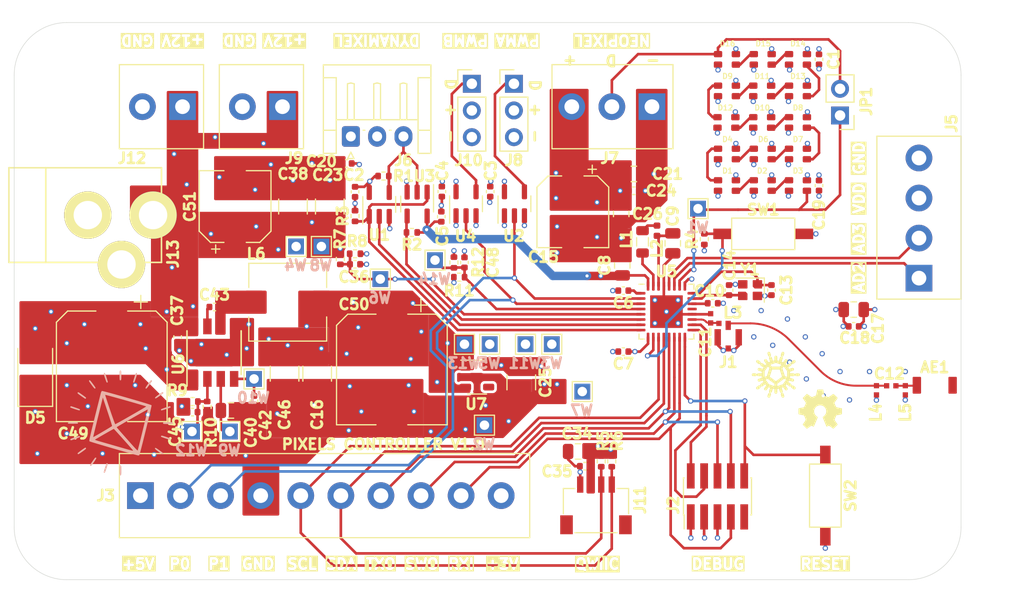
<source format=kicad_pcb>
(kicad_pcb (version 20221018) (generator pcbnew)
  (layers (0 "F.Cu" signal) (1 "In1.Cu" signal) (2 "In2.Cu" signal) (31 "B.Cu" signal) (34 "B.Paste" user) (35 "F.Paste" user) (36 "B.SilkS" user "B.Silkscreen") (37 "F.SilkS" user "F.Silkscreen") (38 "B.Mask" user) (39 "F.Mask" user) (44 "Edge.Cuts" user))
  (net 0 "")
  (net 1 "GND")
  (net 2 "Net-(U5-DEC1)")
  (net 4 "Net-(U5-DEC4)")
  (net 5 "VDD")
  (net 6 "Net-(U5-DEC3)")
  (net 7 "Net-(U5-XC2)")
  (net 8 "Net-(U5-XC1)")
  (net 9 "+12V")
  (net 10 "/12V_SENSE")
  (net 11 "Net-(U6-VREG5)")
  (net 12 "Net-(U6-SS)")
  (net 13 "Net-(U6-VBST)")
  (net 14 "+5VD")
  (net 15 "Net-(U6-SW)")
  (net 16 "Net-(U6-VFB)")
  (net 17 "/Connectors/NEOPIXEL")
  (net 18 "/SWDIO")
  (net 19 "/SWDCLK")
  (net 20 "/SWO")
  (net 21 "/RXI")
  (net 22 "/TXO")
  (net 24 "/RESET")
  (net 25 "/Connectors/SERVOA")
  (net 26 "/Connectors/SERVOB")
  (net 27 "/SERVOB_3")
  (net 28 "/SERVOA_3")
  (net 29 "/BTN")
  (net 30 "/Connectors/AIN2")
  (net 31 "/Connectors/AIN3")
  (net 32 "/SDA")
  (net 33 "/Connectors/DYNAMIXEL")
  (net 34 "Net-(U5-DCC)")
  (net 35 "/RXD_3")
  (net 36 "/TX_EN")
  (net 37 "/TXD_3")
  (net 40 "/5V_SENSE")
  (net 41 "Net-(L1-Pad2)")
  (net 42 "Net-(D1-DIN)")
  (net 43 "Net-(D2-DIN)")
  (net 44 "/ANT_NRF")
  (net 45 "/ANTENNA")
  (net 46 "/ANT_50")
  (net 47 "/SCL")
  (net 48 "Net-(D1-DOUT)")
  (net 49 "/LEDs/LED_IN")
  (net 50 "Net-(D4-DOUT)")
  (net 51 "Net-(D6-DOUT)")
  (net 52 "Net-(D7-DOUT)")
  (net 53 "Net-(D10-DIN)")
  (net 54 "Net-(D12-DOUT)")
  (net 55 "Net-(D11-DIN)")
  (net 56 "Net-(D10-DOUT)")
  (net 57 "Net-(D11-DOUT)")
  (net 58 "Net-(D13-DOUT)")
  (net 59 "Net-(D14-DOUT)")
  (net 60 "Net-(D15-DOUT)")
  (footprint "Pixels-dice:TX1812Z_2020" (layer "F.Cu") (at 167.7 65.5 -90)
    (fp_text reference "D12")
    (fp_text value "TX1812Z_2020")
  )
  (footprint "Capacitor_SMD:C_0402_1005Metric" (layer "F.Cu") (at 142.8 78.82 90)
    (fp_text reference "C48")
    (fp_text value "10nF 50V")
  )
  (footprint "LOGO" (layer "F.Cu") (at 176.6 92.8)
    (fp_text reference "G***" hide)
    (fp_text value "LOGO" hide)
  )
  (footprint "Resistor_SMD:R_0402_1005Metric" (layer "F.Cu") (at 118.338 92.5555 90)
    (fp_text reference "R10")
    (fp_text value "22.1k 1%")
  )
  (footprint "Inductor_SMD:L_0805_2012Metric" (layer "F.Cu") (at 159.7246 76.8575 90)
    (fp_text reference "L1")
    (fp_text value "10uH 100mA")
  )
  (footprint "Capacitor_SMD:C_0402_1005Metric" (layer "F.Cu") (at 179.8 84.9 180)
    (fp_text reference "C18")
    (fp_text value "0.1uF 25V")
  )
  (footprint "Resistor_SMD:R_0402_1005Metric" (layer "F.Cu") (at 135.1 70.6)
    (fp_text reference "R1")
    (fp_text value "10k 5%")
  )
  (footprint "Capacitor_SMD:C_0805_2012Metric" (layer "F.Cu") (at 157.8 79.1 90)
    (fp_text reference "C8")
    (fp_text value "10uF 10V")
  )
  (footprint "Capacitor_SMD:C_0402_1005Metric" (layer "F.Cu") (at 131.6 69.4 180)
    (fp_text reference "C20")
    (fp_text value "0.1uF 25V")
  )
  (footprint "Pixels-dice:TSB008A2530A" (layer "F.Cu") (at 171.2 76.1)
    (fp_text reference "SW1")
    (fp_text value "SW_Push")
  )
  (footprint "Pixels-dice:TX1812Z_2020" (layer "F.Cu") (at 167.75 71.5 -90)
    (fp_text reference "D1")
    (fp_text value "TX1812Z_2020")
  )
  (footprint "Pixels-dice:TX1812Z_2020" (layer "F.Cu") (at 174.5 62.5 90)
    (fp_text reference "D13")
    (fp_text value "TX1812Z_2020")
  )
  (footprint "RFFrontEnd:MFH3.RECE.20369.001E.01" (layer "F.Cu") (at 167.87 85.94)
    (fp_text reference "J1")
    (fp_text value "DNP" hide)
  )
  (footprint "Pixels-dice:SC-74A" (layer "F.Cu") (at 138.3 73.2625 -90)
    (fp_text reference "U3")
    (fp_text value "74AHCT1G125")
  )
  (footprint "Pixels-dice:BARREL_JACK" (layer "F.Cu") (at 107 74.31344)
    (fp_text reference "J13")
    (fp_text value "Barrel_Jack_Switch")
  )
  (footprint "Capacitor_SMD:C_0805_2012Metric" (layer "F.Cu") (at 162.6 77 -90)
    (fp_text reference "C9")
    (fp_text value "10uF 10V")
  )
  (footprint "Pixels-dice:TX1812Z_2020" (layer "F.Cu") (at 167.75 59.5 -90)
    (fp_text reference "D16")
    (fp_text value "TX1812Z_2020")
  )
  (footprint "Capacitor_SMD:C_0402_1005Metric" (layer "F.Cu") (at 140.65 72.075 -90)
    (fp_text reference "C4")
    (fp_text value "0.1uF 25V")
  )
  (footprint "Capacitor_SMD:C_1210_3225Metric" (layer "F.Cu") (at 126.5 73.5 90)
    (fp_text reference "C38")
    (fp_text value "22uF 25V")
  )
  (footprint "Pixels-dice:TestPoint_1.5x1.5_Drill0.9mm" (layer "F.Cu") (at 151.1 86.6)
    (fp_text reference "W3")
    (fp_text value "GND")
  )
  (footprint "Pixels-dice:0402_RF" (layer "F.Cu") (at 167.4256 84.615)
    (fp_text reference "L3")
    (fp_text value "3.9nH 5%")
  )
  (footprint "Pixels-dice:TestPoint_1.5x1.5_Drill0.9mm" (layer "F.Cu") (at 120.5 94.9)
    (fp_text reference "W9")
    (fp_text value "VREG5")
  )
  (footprint "Pixels-dice:DB125-3.81-3P-GN-S" (layer "F.Cu") (at 160.62 64 180)
    (fp_text reference "J7")
    (fp_text value "Neopixel")
  )
  (footprint "Pixels-dice:TSB008A2530A" (layer "F.Cu") (at 177.1 101 -90)
    (fp_text reference "SW2")
    (fp_text value "SW_Push")
  )
  (footprint "Pixels-dice:TestPoint_1.5x1.5_Drill0.9mm" (layer "F.Cu") (at 154 91.1)
    (fp_text reference "W7")
    (fp_text value "GND")
  )
  (footprint "Pixels-dice:SOT-23-5" (layer "F.Cu") (at 144 89.725)
    (fp_text reference "U7")
    (fp_text value "ME6215" hide)
  )
  (footprint "Capacitor_SMD:C_0402_1005Metric" (layer "F.Cu") (at 115.535 85.9 -90)
    (fp_text reference "C37")
    (fp_text value "0.1uF 25V")
  )
  (footprint "Pixels-dice:TX1812Z_2020" (layer "F.Cu") (at 174.5 59.5 -90)
    (fp_text reference "D14")
    (fp_text value "TX1812Z_2020")
  )
  (footprint "MountingHole:MountingHole_3.2mm_M3" (layer "F.Cu") (at 105 61)
    (fp_text reference "H1" hide)
    (fp_text value "MountingHole")
  )
  (footprint "Pixels-dice:TX1812Z_2020" (layer "F.Cu") (at 171.15 68.5 90)
    (fp_text reference "D6")
    (fp_text value "TX1812Z_2020")
  )
  (footprint "Resistor_SMD:R_0402_1005Metric" (layer "F.Cu") (at 116.948 92.0555 180)
    (fp_text reference "R9")
    (fp_text value "124k 1%")
  )
  (footprint "Pixels-dice:TestPoint_1.5x1.5_Drill0.9mm" (layer "F.Cu") (at 134.8 80.4)
    (fp_text reference "W6")
    (fp_text value "12V_SENSE")
  )
  (footprint "Pixels-dice:TestPoint_1.5x1.5_Drill0.9mm" (layer "F.Cu") (at 148.6 86.6)
    (fp_text reference "W11")
    (fp_text value "VDD")
  )
  (footprint "Capacitor_SMD:C_0805_2012Metric" (layer "F.Cu") (at 157.7 74.2 -90)
    (fp_text reference "C26")
    (fp_text value "10uF 10V")
  )
  (footprint "Pixels-dice:DB125-3.81-10P-GN-S" (layer "F.Cu") (at 112 101)
    (fp_text reference "J3")
    (fp_text value "Screw_Terminal_01x10")
  )
  (footprint "Diode_SMD:D_SMA" (layer "F.Cu") (at 102 89 90)
    (fp_text reference "D5")
    (fp_text value "D_TVS")
  )
  (footprint "Pixels-dice:L_7.3x7.3_H3.5" (layer "F.Cu") (at 126 82.6)
    (fp_text reference "L6")
    (fp_text value "3.3uH 6A")
  )
  (footprint "Capacitor_SMD:C_1210_3225Metric" (layer "F.Cu") (at 148.2 90.225 -90)
    (fp_text reference "C25")
    (fp_text value "22uF 25V")
  )
  (footprint "Capacitor_SMD:C_0805_2012Metric" (layer "F.Cu") (at 179.8 83.3 180)
    (fp_text reference "C17")
    (fp_text value "10uF 10V")
  )
  (footprint "Connector_PinHeader_2.54mm:PinHeader_1x03_P2.54mm_Vertical" (layer "F.Cu") (at 147.5 61.82)
    (fp_text reference "J8")
    (fp_text value "SERVOA")
  )
  (footprint "Inductor_SMD:L_0402_1005Metric" (layer "F.Cu") (at 161.1 75.8 -90)
    (fp_text reference "L2")
    (fp_text value "15nH")
  )
  (footprint "Pixels-dice:TestPoint_1.5x1.5_Drill0.9mm" (layer "F.Cu") (at 165 73.7)
    (fp_text reference "W1")
    (fp_text value "LED_DATA1")
  )
  (footprint "Pixels-dice:TX1812Z_2020" (layer "F.Cu") (at 167.75 68.5 90)
    (fp_text reference "D4")
    (fp_text value "TX1812Z_2020")
  )
  (footprint "Pixels-dice:TestPoint_1.5x1.5_Drill0.9mm" (layer "F.Cu") (at 129.2 77.3)
    (fp_text reference "W8")
    (fp_text value "+12V")
  )
  (footprint "Pixels-dice:TX1812Z_2020" (layer "F.Cu") (at 171.15 59.5 -90)
    (fp_text reference "D15")
    (fp_text value "TX1812Z_2020")
  )
  (footprint "Resistor_SMD:R_0402_1005Metric" (layer "F.Cu") (at 142.3 80.22)
    (fp_text reference "R11")
    (fp_text value "4.02M 1%")
  )
  (footprint "Resistor_SMD:R_0402_1005Metric" (layer "F.Cu") (at 155.8 97.74 -90)
    (fp_text reference "R5")
    (fp_text value "2.2k 5%")
  )
  (footprint "Capacitor_SMD:C_1210_3225Metric" (layer "F.Cu") (at 128.8 89.4 -90)
    (fp_text reference "C16")
    (fp_text value "22uF 25V")
  )
  (footprint "Capacitor_SMD:C_0402_1005Metric" (layer "F.Cu") (at 171.982 81.45 90)
    (fp_text reference "C13")
    (fp_text value "8pF 10V 10%")
  )
  (footprint "Pixels-dice:TX1812Z_2020" (layer "F.Cu") (at 174.5 68.5 90)
    (fp_text reference "D7")
    (fp_text value "TX1812Z_2020")
  )
  (footprint "Pixels-dice:0402_RF" (layer "F.Cu") (at 184.706 90.9826 -90)
    (fp_text reference "L5")
    (fp_text value "10nH 5%")
  )
  (footprint "Capacitor_SMD:C_0402_1005Metric" (layer "F.Cu") (at 176.5 71.5 -90)
    (fp_text reference "C19")
    (fp_text value "0.1uF 25V")
  )
  (footprint "Pixels-dice:SC-74A" (layer "F.Cu") (at 142.95 73.2375 90)
    (fp_text reference "U4")
    (fp_text value "74AHCT1G125")
  )
  (footprint "Pixels-dice:CHIP_ANT" (layer "F.Cu") (at 185.8 90.5 -90)
    (fp_text reference "AE1")
    (fp_text value "Antenna_Chip" hide)
  )
  (footprint "Capacitor_SMD:C_0805_2012Metric" (layer "F.Cu") (at 158.9 70.4)
    (fp_text reference "C21")
    (fp_text value "10uF 10V")
  )
  (footprint "Pixels-dice:DB125-3.81-4P-GN-S" (layer "F.Cu") (at 186 80.31 90)
    (fp_text reference "J5")
    (fp_text value "Screw_Terminal_01x04")
  )
  (footprint "Pixels-dice:CCSH-W10R-XXTR-BK-A" (layer "F.Cu") (at 155.3 101.925)
    (fp_text reference "J11")
    (fp_text value "Qwiic")
  )
  (footprint "Resistor_SMD:R_0402_1005Metric" (layer "F.Cu") (at 165.6 76.6 90)
    (fp_text reference "R4")
    (fp_text value "10k 5%")
  )
  (footprint "Capacitor_SMD:C_0402_1005Metric" (layer "F.Cu") (at 145.25 72.075 -90)
    (fp_text reference "C3")
    (fp_text value "0.1uF 25V")
  )
  (footprint "Pixels-dice:TestPoint_1.5x1.5_Drill0.9mm" (layer "F.Cu") (at 126.8 77.3)
    (fp_text reference "W4")
    (fp_text value "GND")
  )
  (footprint "Pixels-dice:0402_RF" (layer "F.Cu") (at 183.368 90.5508)
    (fp_text reference "L4")
    (fp_text value "10nH 5%")
  )
  (footprint "Capacitor_SMD:C_0402_1005Metric" (layer "F.Cu") (at 157.9 81.5 180)
    (fp_text reference "C6")
    (fp_text value "0.1uF 25V")
  )
  (footprint "Package_DFN_QFN:QFN-32-1EP_5x5mm_P0.5mm_EP3.1x3.1mm" (layer "F.Cu") (at 162 83.5)
    (fp_text reference "U5")
    (fp_text value "N52810_QFN32")
  )
  (footprint "Capacitor_SMD:C_1210_3225Metric" (layer "F.Cu") (at 125.7 89.4 -90)
    (fp_text reference "C46")
    (fp_text value "22uF 25V")
  )
  (footprint "Pixels-dice:Crystal_SMD_2016-4Pin_2.0x1.6mm" (layer "F.Cu") (at 169.95 81.45 180)
    (fp_text reference "Y1")
    (fp_text value "32MHz 40ppm")
  )
  (footprint "Pixels-dice:0402_RF" (layer "F.Cu") (at 166.2 84.134 90)
    (fp_text reference "C11")
    (fp_text value "0.8pF 10V 5% NP0")
  )
  (footprint "Capacitor_SMD:C_0402_1005Metric" (layer "F.Cu") (at 158.9 72)
    (fp_text reference "C24")
    (fp_text value "0.1uF 25V")
  )
  (footprint "Pixels-dice:0402_RF" (layer "F.Cu") (at 181.9628 90.9826 -90)
    (fp_text reference "C12")
    (fp_text value "DNP")
  )
  (footprint "Pixels-dice:TestPoint_1.5x1.5_Drill0.9mm" (layer "F.Cu") (at 140 78.6)
    (fp_text reference "W14")
    (fp_text value "5V_SENSE")
  )
  (footprint "Capacitor_SMD:C_0402_1005Metric" (layer "F.Cu") (at 166.4 82.7)
    (fp_text reference "C10")
    (fp_text value "100pF NP0 10V 5%")
  )
  (footprint "Capacitor_SMD:CP_Elec_10x10" (layer "F.Cu") (at 135.9 89 -90)
    (fp_text reference "C50")
    (fp_text value "220uF 50V")
  )
  (footprint "LOGO" (layer "F.Cu") (at 172.4 89.5)
    (fp_text reference "G***" hide)
    (fp_text value "LOGO" hide)
  )
  (footprint "Capacitor_SMD:C_0402_1005Metric" (layer "F.Cu") (at 116.948 93.0555)
    (fp_text reference "C45")
    (fp_text value "10pF 10V 20%")
  )
  (footprint "Capacitor_SMD:C_0805_2012Metric" (layer "F.Cu") (at 153.6 96.8 180)
    (fp_text reference "C34")
    (fp_text value "10uF 10V")
  )
  (footprint "Resistor_SMD:R_0402_1005Metric" (layer "F.Cu") (at 132.4 77.99)
    (fp_text reference "R8")
    (fp_text value "1M 1%")
  )
  (footprint "Resistor_SMD:R_0402_1005Metric" (layer "F.Cu") (at 137.8 75.9625 180)
    (fp_text reference "R2")
    (fp_text value "10k 5%")
  )
  (footprint "Capacitor_SMD:CP_Elec_10x10" (layer "F.Cu") (at 109.275 88.7 -90)
    (fp_text reference "C49")
    (fp_text value "220uF 50V")
  )
  (footprint "Pixels-dice:TX1812Z_2020" (layer "F.Cu") (at 171.15 71.5 -90)
    (fp_text reference "D2")
    (fp_text value "TX1812Z_2020")
  )
  (footprint "Pixels-dice:TX1812Z_2020" (layer "F.Cu") (at 167.75 62.5 90)
    (fp_text reference "D9")
    (fp_text value "TX1812Z_2020")
  )
  (footprint "Capacitor_SMD:C_0402_1005Metric" (layer "F.Cu") (at 140.6 74.4625 90)
    (fp_text reference "C5")
    (fp_text value "0.1uF 25V")
  )
  (footprint "Capacitor_SMD:C_0402_1005Metric" (layer "F.Cu") (at 122.8 92 -90)
    (fp_text reference "C42")
    (fp_text value "8200pF 16V")
  )
  (footprint "Resistor_SMD:R_0402_1005Metric" (layer "F.Cu") (at 132.4 74.4 90)
    (fp_text reference "R3")
    (fp_text value "10k 5%")
  )
  (footprint "Pixels-dice:TestPoint_1.5x1.5_Drill0.9mm" (layer "F.Cu") (at 122.8 89.9)
    (fp_text reference "W10")
    (fp_text value "SS")
  )
  (footprint "Capacitor_SMD:C_0402_1005Metric" (layer "F.Cu") (at 176.5 59.5 -90)
    (fp_text reference "C1")
    (fp_text value "0.1uF 25V")
  )
  (footprint "Resistor_SMD:R_0402_1005Metric" (layer "F.Cu") (at 131 78.49 -90)
    (fp_text reference "R7")
    (fp_text value "4.02M 1%")
  )
  (footprint "Connector_JST:JST_EH_S3B-EH_1x03_P2.50mm_Horizontal" (layer "F.Cu") (at 132 66.8325)
    (fp_text reference "J6")
    (fp_text value "DYNAMIXEL")
  )
  (footprint "Pixels-dice:DB125-3.81-2P-GN-S" (layer "F.Cu") (at 116 64 180)
    (fp_text reference "J12")
    (fp_text value "Screw_Terminal_01x02")
  )
  (footprint "Capacitor_SMD:CP_Elec_6.3x5.4" (layer "F.Cu") (at 153.1 74 -90)
    (fp_text reference "C15")
    (fp_text value "100uF 50V")
  )
  (footprint "Pixels-dice:DB125-3.81-2P-GN-S" (layer "F.Cu") (at 125.5 64 180)
    (fp_text reference "J9")
    (fp_text value "Screw_Terminal_01x02")
  )
  (footprint "Capacitor_SMD:C_0402_1005Metric" (layer "F.Cu") (at 132.4 78.99)
    (fp_text reference "C36")
    (fp_text value "10nF 50V")
  )
  (footprint "Pixels-dice:Diodes_SO-8EP" (layer "F.Cu") (at 119 87.4 90)
    (fp_text reference "U6")
    (fp_text value "TPS54627")
  )
  (footprint "Pixels-dice:SC-74A" (layer "F.Cu") (at 134.7 73.3 90)
    (fp_text reference "U1")
    (fp_text value "74AHCT1G126")
  )
  (footprint "Capacitor_SMD:C_0805_2012Metric" (layer "F.Cu") (at 120.6 92.9)
    (fp_text reference "C40")
    (fp_text value "10uF 10V")
  )
  (footprint "Capacitor_SMD:C_0402_1005Metric" (layer "F.Cu") (at 119.038 83.0555)
    (fp_text reference "C43")
    (fp_text value "0.1uF 25V")
  )
  (footprint "Connector_PinHeader_2.54mm:PinHeader_1x02_P2.54mm_Vertical" (layer "F.Cu") (at 178.5 64.84 180)
    (fp_text reference "JP1")
    (fp_text value "Jumper_2_Open")
  )
  (footprint "Pixels-dice:TX1812Z_2020" (layer "F.Cu") (at 174.5 71.5 -90)
    (fp_text reference "D3")
    (fp_text value "TX1812Z_2020")
  )
  (footprint "Pixels-dice:TX1812Z_2020" (layer "F.Cu") (at 171.1 62.5 90)
    (fp_text reference "D11")
    (fp_text value "TX1812Z_2020")
  )
  (footprint "Capacitor_SMD:C_1210_3225Metric" (layer "F.Cu") (at 130 73.5 90)
    (fp_text reference "C23")
    (fp_text value "22uF 25V")
  )
  (footprint "Pixels-dice:SC-74A" (layer "F.Cu") (at 147.55 73.2375 90)
    (fp_text reference "U2")
    (fp_text value "74AHCT1G125")
  )
  (footprint "Pixels-dice:TX1812Z_2020" (layer "F.Cu") (at 174.5 65.5 -90)
    (fp_text reference "D8")
    (fp_text value "TX1812Z_2020")
  )
  (footprint "Resistor_SMD:R_0402_1005Metric" (layer "F.Cu") (at 141.8 78.82 90)
    (fp_text reference "R12")
    (fp_text value "4.02M 1%")
  )
  (footprint "Pixels-dice:TestPoint_1.5x1.5_Drill0.9mm" (layer "F.Cu") (at 144.7 94.3)
    (fp_text reference "W2")
    (fp_text value "GND")
  )
  (footprint "Capacitor_SMD:C_0402_1005Metric" (layer "F.Cu") (at 167.95 81.45 -90)
    (fp_text reference "C14")
    (fp_text value "8pF 10V 10%")
  )
  (footprint "Pixels-dice:TX1812Z_2020" (layer "F.Cu") (at 171.1 65.5 -90)
    (fp_text reference "D10")
    (fp_text value "TX1812Z_2020")
  )
  (footprint "MountingHole:MountingHole_3.2mm_M3" (layer "F.Cu") (at 185 104)
    (fp_text reference "H3" hide)
    (fp_text value "MountingHole")
  )
  (footprint "Capacitor_SMD:C_0402_1005Metric" (layer "F.Cu") (at 132.4 72.1 -90)
    (fp_text reference "C2")
    (fp_text value "0.1uF 25V")
  )
  (footprint "MountingHole:MountingHole_3.2mm_M3" (layer "F.Cu") (at 105 104)
    (fp_text reference "H4" hide)
    (fp_text value "MountingHole")
  )
  (footprint "Capacitor_SMD:C_0402_1005Metric" (layer "F.Cu") (at 157.9 87.3 180)
    (fp_text reference "C7")
    (fp_text value "0.1uF 25V")
  )
  (footprint "Pixels-dice:TestPoint_1.5x1.5_Drill0.9mm" (layer "F.Cu") (at 116.9 94.9)
    (fp_text reference "W12")
    (fp_text value "FB")
  )
  (footprint "MountingHole:MountingHole_3.2mm_M3" (layer "F.Cu") (at 185 61)
    (fp_text reference "H2" hide)
    (fp_text value "MountingHole")
  )
  (footprint "Capacitor_SMD:CP_Elec_6.3x5.4" (layer "F.Cu") (at 121 73.5 90)
    (fp_text reference "C51")
    (fp_text value "100uF 50V")
  )
  (footprint "Capacitor_SMD:C_0402_1005Metric" (layer "F.Cu") (at 154.25 98.2 180)
    (fp_text reference "C35")
    (fp_text value "0.1uF 25V")
  )
  (footprint "Pixels-dice:TestPoint_1.5x1.5_Drill0.9mm" (layer "F.Cu") (at 145.2 86.6)
    (fp_text reference "W5")
    (fp_text value "GND")
  )
  (footprint "Connector_PinHeader_1.27mm:PinHeader_2x05_P1.27mm_Vertical_SMD" (layer "F.Cu") (at 166.85 101.075 90)
    (fp_text reference "J2")
    (fp_text value "Conn_02x05_Odd_Even")
  )
  (footprint "Connector_PinHeader_2.54mm:PinHeader_1x03_P2.54mm_Vertical" (layer "F.Cu") (at 143.5 61.82)
    (fp_text reference "J10")
    (fp_text value "SERVOB")
  )
  (footprint "Resistor_SMD:R_0402_1005Metric" (layer "F.Cu") (at 156.8 97.74 -90)
    (fp_text reference "R6")
    (fp_text value "2.2k 5%")
  )
  (footprint "Pixels-dice:TestPoint_1.5x1.5_Drill0.9mm" (layer "F.Cu") (at 142.8 86.6)
    (fp_text reference "W13")
    (fp_text value "+5VD")
  )
  (footprint "LOGO" (layer "B.Cu") (at 110.1 94.1 180)
    (fp_text reference "G***" hide)
    (fp_text value "LOGO" hide)
  )
  (footprint "LOGO" (layer "B.Cu") (at 110.1 94.1)
    (fp_text reference "G***" hide)
    (fp_text value "LOGO" hide)
  )
  (gr_arc (start 100 61) (mid 101.464466 57.464466) (end 105 56) (stroke (width 0.05)) (layer "Edge.Cuts"))
  (gr_line (start 100 104) (end 100 61) (stroke (width 0.05)) (layer "Edge.Cuts"))
  (gr_arc (start 105 109) (mid 101.464466 107.535534) (end 100 104) (stroke (width 0.05)) (layer "Edge.Cuts"))
  (gr_line (start 105 56) (end 185 56) (stroke (width 0.05)) (layer "Edge.Cuts"))
  (gr_arc (start 190 104) (mid 188.535534 107.535534) (end 185 109) (stroke (width 0.05)) (layer "Edge.Cuts"))
  (gr_arc (start 185 56) (mid 188.535534 57.464466) (end 190 61) (stroke (width 0.05)) (layer "Edge.Cuts"))
  (gr_line (start 185 109) (end 105 109) (stroke (width 0.05)) (layer "Edge.Cuts"))
  (gr_line (start 190 61) (end 190 104) (stroke (width 0.05)) (layer "Edge.Cuts"))
  (gr_text "QWIIC" (at 153.2 108.1) (layer "F.SilkS" knockout) (effects (font (size 1 1) (thickness 0.25) bold) (justify left bottom)))
  (gr_text "D" (at 140.9 61.2 -90) (layer "F.SilkS") (effects (font (size 1 1) (thickness 0.25) bold) (justify left bottom)))
  (gr_text "+12V" (at 127.9 57.1 180) (layer "F.SilkS" knockout) (effects (font (size 1 1) (thickness 0.25) bold) (justify left bottom)))
  (gr_text "+12V" (at 118.2 57.1 180) (layer "F.SilkS" knockout) (effects (font (size 1 1) (thickness 0.25) bold) (justify left bottom)))
  (gr_text "TXO" (at 133.3 108.1) (layer "F.SilkS" knockout) (effects (font (size 1 1) (thickness 0.25) bold) (justify left bottom)))
  (gr_text "D" (at 148.9 61.3 -90) (layer "F.SilkS") (effects (font (size 1 1) (thickness 0.25) bold) (justify left bottom)))
  (gr_text "SDA" (at 129.5 108.1) (layer "F.SilkS" knockout) (effects (font (size 1 1) (thickness 0.25) bold) (justify left bottom)))
  (gr_text "GND" (at 121.5 108.1) (layer "F.SilkS" knockout) (effects (font (size 1 1) (thickness 0.25) bold) (justify left bottom)))
  (gr_text "+3V" (at 144.7 108.1) (layer "F.SilkS" knockout) (effects (font (size 1 1) (thickness 0.25) bold) (justify left bottom)))
  (gr_text "NEOPIXEL" (at 160.6 57.1 180) (layer "F.SilkS" knockout) (effects (font (size 1 1) (thickness 0.25) bold) (justify left bottom)))
  (gr_text "+" (at 150 65.1 90) (layer "F.SilkS") (effects (font (size 1 1) (thickness 0.25) bold) (justify left bottom)))
  (gr_text "GND" (at 113.4 57.1 180) (layer "F.SilkS" knockout) (effects (font (size 1 1) (thickness 0.25) bold) (justify left bottom)))
  (gr_text "AD2" (at 180.9 81.8 90) (layer "F.SilkS" knockout) (effects (font (size 1 1) (thickness 0.25) bold) (justify left bottom)))
  (gr_text "+" (at 142 65.1 90) (layer "F.SilkS") (effects (font (size 1 1) (thickness 0.25) bold) (justify left bottom)))
  (gr_text "-" (at 150 67.6 90) (layer "F.SilkS") (effects (font (size 1 1) (thickness 0.25) bold) (justify left bottom)))
  (gr_text "VDD" (at 180.9 74.3 90) (layer "F.SilkS" knockout) (effects (font (size 1 1) (thickness 0.25) bold) (justify left bottom)))
  (gr_text "PIXELS CONTROLLER V1.0" (at 125.3 96.7) (layer "F.SilkS") (effects (font (size 1 1) (thickness 0.25) bold) (justify left bottom)))
  (gr_text "DEBUG" (at 164.25 108.1) (layer "F.SilkS" knockout) (effects (font (size 1 1) (thickness 0.25) bold) (justify left bottom)))
  (gr_text "GND" (at 180.9 70.6 90) (layer "F.SilkS" knockout) (effects (font (size 1 1) (thickness 0.25) bold) (justify left bottom)))
  (gr_text "SCL" (at 125.8 108.1) (layer "F.SilkS" knockout) (effects (font (size 1 1) (thickness 0.25) bold) (justify left bottom)))
  (gr_text "P0" (at 114.6 108.1) (layer "F.SilkS" knockout) (effects (font (size 1 1) (thickness 0.25) bold) (justify left bottom)))
  (gr_text "SWO" (at 137 108.1) (layer "F.SilkS" knockout) (effects (font (size 1 1) (thickness 0.25) bold) (justify left bottom)))
  (gr_text "RXI" (at 141.1 108.1) (layer "F.SilkS" knockout) (effects (font (size 1 1) (thickness 0.25) bold) (justify left bottom)))
  (gr_text "DYNAMIXEL" (at 138.7 57.1 180) (layer "F.SilkS" knockout) (effects (font (size 1 1) (thickness 0.25) bold) (justify left bottom)))
  (gr_text "GND" (at 123.1 57.1 180) (layer "F.SilkS" knockout) (effects (font (size 1 1) (thickness 0.25) bold) (justify left bottom)))
  (gr_text "PWMA" (at 150.1 57.1 180) (layer "F.SilkS" knockout) (effects (font (size 1 1) (thickness 0.25) bold) (justify left bottom)))
  (gr_text "AD3" (at 180.9 78.1 90) (layer "F.SilkS" knockout) (effects (font (size 1 1) (thickness 0.25) bold) (justify left bottom)))
  (gr_text "PWMB" (at 145.2 57.1 180) (layer "F.SilkS" knockout) (effects (font (size 1 1) (thickness 0.25) bold) (justify left bottom)))
  (gr_text "P1" (at 118.3 108.1) (layer "F.SilkS" knockout) (effects (font (size 1 1) (thickness 0.25) bold) (justify left bottom)))
  (gr_text "RESET" (at 174.6 108.1) (layer "F.SilkS" knockout) (effects (font (size 1 1) (thickness 0.25) bold) (justify left bottom)))
  (gr_text "-" (at 161.5 59.1 180) (layer "F.SilkS") (effects (font (size 1 1) (thickness 0.25) bold) (justify left bottom)))
  (gr_text "D" (at 157.4 59 180) (layer "F.SilkS") (effects (font (size 1 1) (thickness 0.25) bold) (justify left bottom)))
  (gr_text "+" (at 153.6 59.1 180) (layer "F.SilkS") (effects (font (size 1 1) (thickness 0.25) bold) (justify left bottom)))
  (gr_text "+5V" (at 110.1 108.1) (layer "F.SilkS" knockout) (effects (font (size 1 1) (thickness 0.25) bold) (justify left bottom)))
  (gr_text "-" (at 142 67.6 90) (layer "F.SilkS") (effects (font (size 1 1) (thickness 0.25) bold) (justify left bottom)))
  (segment (start 153.3 98.2) (end 153.77 98.2) (width 0.25) (layer "F.Cu") (net 1))
  (segment (start 171.982 81.93) (end 171.912 82) (width 0.25) (layer "F.Cu") (net 1))
  (segment (start 135.65 74.4375) (end 135.65 75.55) (width 0.25) (layer "F.Cu") (net 1))
  (segment (start 132.4 73.89) (end 132.4 73.2) (width 0.25) (layer "F.Cu") (net 1))
  (segment (start 140.65 72.555) (end 140.65 73.35) (width 0.25) (layer "F.Cu") (net 1))
  (segment (start 157.42 81.5) (end 156.9 81.5) (width 0.25) (layer "F.Cu") (net 1))
  (segment (start 170.3 60) (end 170.3 60.5) (width 0.25) (layer "F.Cu") (net 1))
  (segment (start 175.35 67.55) (end 175.4 67.5) (width 0.25) (layer "F.Cu") (net 1))
  (segment (start 168.6 68) (end 168.6 67.5) (width 0.25) (layer "F.Cu") (net 1))
  (segment (start 162 83.5) (end 160.9 84.6) (width 0.25) (layer "F.Cu") (net 1))
  (segment (start 140.65 73.35) (end 140.6 73.4) (width 0.25) (layer "F.Cu") (net 1))
  (segment (start 132.92 78) (end 133.5 78) (width 0.25) (layer "F.Cu") (net 1))
  (segment (start 145.25 72.555) (end 145.25 73.05) (width 0.25) (layer "F.Cu") (net 1))
  (segment (start 178.85 83.3) (end 178.1 83.3) (width 0.25) (layer "F.Cu") (net 1))
  (segment (start 170.65 82) (end 171.35 82) (width 0.25) (layer "F.Cu") (net 1))
  (segment (start 162 83.5) (end 163.1 82.4) (width 0.25) (layer "F.Cu") (net 1))
  (segment (start 175.35 68) (end 175.35 67.55) (width 0.25) (layer "F.Cu") (net 1))
  (segment (start 170.25 66) (end 170.25 66.5) (width 0.25) (layer "F.Cu") (net 1))
  (segment (start 152.65 96.7) (end 152.65 97.55) (width 0.25) (layer "F.Cu") (net 1))
  (segment (start 170.3 72) (end 170.3 72.5) (width 0.25) (layer "F.Cu") (net 1))
  (segment (start 175.35 62) (end 175.35 61.55) (width 0.25) (layer "F.Cu") (net 1))
  (segment (start 168.115 80.9) (end 168.045 80.97) (width 0.25) (layer "F.Cu") (net 1))
  (segment (start 175.35 61.55) (end 175.4 61.5) (width 0.25) (layer "F.Cu") (net 1))
  (segment (start 166.85 103.025) (end 166.85 105.025) (width 0.25) (layer "F.Cu") (net 1))
  (segment (start 162 83.5) (end 163.1 84.6) (width 0.25) (layer "F.Cu") (net 1))
  (segment (start 169.25 80.9) (end 168.55 80.9) (width 0.25) (layer "F.Cu") (net 1))
  (segment (start 161.75 81.0625) (end 161.75 79.1) (width 0.25) (layer "F.Cu") (net 1))
  (segment (start 177.1 104.875) (end 177.1 106) (width 0.25) (layer "F.Cu") (net 1))
  (segment (start 166.9 60) (end 166.9 60.5) (width 0.25) (layer "F.Cu") (net 1))
  (segment (start 165.58 104.645) (end 165.58 103.025) (width 0.25) (layer "F.Cu") (net 1))
  (segment (start 102 91) (end 102 93) (width 1) (layer "F.Cu") (net 1))
  (segment (start 168.900001 86.699999) (end 168.4 87.2) (width 0.25) (layer "F.Cu") (net 1))
  (segment (start 165.62 105.025) (end 165.58 104.645) (width 0.25) (layer "F.Cu") (net 1))
  (segment (start 168.3541 87.1541) (end 168.4 87.2) (width 0.25) (layer "F.Cu") (net 1))
  (segment (start 179.32 84.9) (end 178.8 84.9) (width 0.25) (layer "F.Cu") (net 1))
  (segment (start 168.900001 86.1) (end 168.900001 86.699999) (width 0.25) (layer "F.Cu") (net 1))
  (segment (start 164.4375 83.75) (end 162.25 83.75) (width 0.25) (layer "F.Cu") (net 1))
  (segment (start 132.88 78.99) (end 133.49 78.99) (width 0.25) (layer "F.Cu") (net 1))
  (segment (start 135.65 75.55) (end 135.7 75.6) (width 0.25) (layer "F.Cu") (net 1))
  (segment (start 132.91 77.99) (end 132.92 78) (width 0.25) (layer "F.Cu") (net 1))
  (segment (start 167.4459 87.1541) (end 167.4 87.2) (width 0.25) (layer "F.Cu") (net 1))
  (segment (start 168.6 62) (end 168.6 61.5) (width 0.25) (layer "F.Cu") (net 1))
  (segment (start 159.85 70.4) (end 160.8 70.4) (width 0.25) (layer "F.Cu") (net 1))
  (segment (start 145.25 73.05) (end 145.2 73.1) (width 0.25) (layer "F.Cu") (net 1))
  (segment (start 175.075 76.1) (end 176.2 76.1) (width 0.25) (layer "F.Cu") (net 1))
  (segment (start 168.55 80.9) (end 168.115 80.9) (width 0.25) (layer "F.Cu") (net 1))
  (segment (start 141.8 78.31) (end 141.8 77.7) (width 0.25) (layer "F.Cu") (net 1))
  (segment (start 135.6 93) (end 133 93) (width 1) (layer "F.Cu") (net 1))
  (segment (start 166.9 72) (end 166.9 72.5) (width 0.25) (layer "F.Cu") (net 1))
  (segment (start 173.65 72.45) (end 173.6 72.5) (width 0.25) (layer "F.Cu") (net 1))
  (segment (start 184.706 91.894) (end 184.7 91.9) (width 0.25) (layer "F.Cu") (net 1))
  (segment (start 176.5 59.98) (end 176.5 60.4) (width 0.25) (layer "F.Cu") (net 1))
  (segment (start 181.9628 91.4226) (end 181.9628 91.910919) (width 0.25) (layer "F.Cu") (net 1))
  (segment (start 121 70.7) (end 119.5 70.7) (width 1) (layer "F.Cu") (net 1))
  (segment (start 148.5 74.375) (end 148.5 75.3) (width 0.25) (layer "F.Cu") (net 1))
  (segment (start 171.95 62) (end 171.95 61.5) (width 0.25) (layer "F.Cu") (net 1))
  (segment (start 137.35 71.15) (end 137.3 71.1) (width 0.25) (layer "F.Cu") (net 1))
  (segment (start 172 68) (end 172 67.5) (width 0.25) (layer "F.Cu") (net 1))
  (segment (start 142 74.375) (end 142 75.3) (width 0.25) (layer "F.Cu") (net 1))
  (segment (start 162.25 83.75) (end 162 83.5) (width 0.25) (layer "F.Cu") (net 1))
  (segment (start 130 72.025) (end 130 71) (width 1) (layer "F.Cu") (net 1))
  (segment (start 161.75 79.1) (end 162.6 78.25) (width 0.25) (layer "F.Cu") (net 1))
  (segment (start 132.4 72.58) (end 132.4 73.2) (width 0.25) (layer "F.Cu") (net 1))
  (segment (start 142.8 78.34) (end 142.8 77.73) (width 0.25) (layer "F.Cu") (net 1))
  (segment (start 167.9 87.1541) (end 168.3541 87.1541) (width 0.25) (layer "F.Cu") (net 1))
  (segment (start 166.144 83.75) (end 166.2 83.694) (width 0.25) (layer "F.Cu") (net 1))
  (segment (start 173.65 60.45) (end 173.7 60.5) (width 0.25) (layer "F.Cu") (net 1))
  (segment (start 135.6 93) (end 138 93) (width 1) (layer "F.Cu") (net 1))
  (segment (start 167.9 87.1541) (end 167.4459 87.1541) (width 0.25) (layer "F.Cu") (net 1))
  (segment (start 121 70.7) (end 122.5 70.7) (width 1) (layer "F.Cu") (net 1))
  (segment (start 166.85 66) (end 166.85 66.5) (width 0.25) (layer "F.Cu") (net 1))
  (segment (start 140.6 73.9825) (end 140.6 73.4) (width 0.25) (layer "F.Cu") (net 1))
  (segment (start 161.75 81.0625) (end 161.75 83.25) (width 0.25) (layer "F.Cu") (net 1))
  (segment (start 137.35 72.125) (end 137.35 71.15) (width 0.25) (layer "F.Cu") (net 1))
  (segment (start 173.65 72) (end 173.65 72.45) (width 0.25) (layer "F.Cu") (net 1))
  (segment (start 166.88 82.7) (end 167.4 82.7) (width 0.25) (layer "F.Cu") (net 1))
  (segment (start 153.8 99.95) (end 153.8 98.75) (width 0.25) (layer "F.Cu") (net 1))
  (segment (start 166.899999 86.699999) (end 167.4 87.2) (width 0.25) (layer "F.Cu") (net 1))
  (segment (start 173.65 60) (end 173.65 60.45) (width 0.25) (layer "F.Cu") (net 1))
  (segment (start 146.6 74.375) (end 146.6 75.3) (width 0.25) (layer "F.Cu") (net 1))
  (segment (start 162.6 78.25) (end 162.6 77.95) (width 0.25) (layer "F.Cu") (net 1))
  (segment (start 161.75 83.25) (end 162 83.5) (width 0.25) (layer "F.Cu") (net 1))
  (segment (start 162 83.5) (end 160.9 82.4) (width 0.25) (layer "F.Cu") (net 1))
  (segment (start 176.5 71.98) (end 176.5 72.5) (width 0.25) (layer "F.Cu") (net 1))
  (segment (start 181.9628 91.910919) (end 181.957952 91.915767) (width 0.25) (layer "F.Cu") (net 1))
  (segment (start 152.65 97.55) (end 153.3 98.2) (width 0.25) (layer "F.Cu") (net 1))
  (segment (start 179.32 84.9) (end 178.85 84.43) (width 0.25) (layer "F.Cu") (net 1))
  (segment (start 157.42 87.3) (end 156.9 87.3) (width 0.25) (layer "F.Cu") (net 1))
  (segment (start 164.4375 83.75) (end 166.144 83.75) (width 0.25) (layer "F.Cu") (net 1))
  (segment (start 178.85 84.43) (end 178.85 83.3) (width 0.25) (layer "F.Cu") (net 1))
  (segment (start 143.9 74.375) (end 143.9 75.3) (width 0.25) (layer "F.Cu") (net 1))
  (segment (start 159.38 72) (end 160 72) (width 0.25) (layer "F.Cu") (net 1))
  (segment (start 166.899999 86.1) (end 166.899999 86.699999) (width 0.25) (layer "F.Cu") (net 1))
  (segment (start 173.65 66) (end 173.65 66.45) (width 0.25) (layer "F.Cu") (net 1))
  (segment (start 171.912 82) (end 171.35 82) (width 0.25) (layer "F.Cu") (net 1))
  (segment (start 173.65 66.45) (end 173.6 66.5) (width 0.25) (layer "F.Cu") (net 1))
  (segment (start 184.706 91.4226) (end 184.706 91.894) (width 0.25) (layer "F.Cu") (net 1))
  (via (at 171.35 82) (size 0.5) (drill 0.3) (layers "F.Cu" "B.Cu") (net 1))
  (via (at 178.8 84.9) (size 0.5) (drill 0.3) (layers "F.Cu" "B.Cu") (net 1))
  (via (at 170.3 60.5) (size 0.5) (drill 0.3) (layers "F.Cu" "B.Cu") (net 1))
  (via (at 131.9 90.6) (size 0.5) (drill 0.3) (layers "F.Cu" "B.Cu") (net 1))
  (via (at 162 83.5) (size 0.5) (drill 0.3) (layers "F.Cu" "B.Cu") (net 1))
  (via (at 113.3 97.1) (size 0.5) (drill 0.3) (layers "F.Cu" "B.Cu") (net 1))
  (via (at 168.4 83.4) (size 0.5) (drill 0.3) (layers "F.Cu" "B.Cu") (net 1))
  (via (at 112.7 93.3) (size 0.5) (drill 0.3) (layers "F.Cu" "B.Cu") (net 1))
  (via (at 130 71) (size 0.5) (drill 0.3) (layers "F.Cu" "B.Cu") (net 1))
  (via (at 102.2 97) (size 0.5) (drill 0.3) (layers "F.Cu" "B.Cu") (net 1))
  (via (at 175.4 67.5) (size 0.5) (drill 0.3) (layers "F.Cu" "B.Cu") (net 1))
  (via (at 144.8 92.425) (size 0.5) (drill 0.3) (layers "F.Cu" "B.Cu") (net 1))
  (via (at 147 93.925) (size 0.5) (drill 0.3) (layers "F.Cu" "B.Cu") (net 1))
  (via (at 120.2 87.6) (size 0.5) (drill 0.3) (layers "F.Cu" "B.Cu") (net 1))
  (via (at 175.3 89.9) (size 0.5) (drill 0.3) (layers "F.Cu" "B.Cu") (net 1))
  (via (at 128.5 92.4) (size 0.5) (drill 0.3) (layers "F.Cu" "B.Cu") (net 1))
  (via (at 128.3 69.4) (size 0.5) (drill 0.3) (layers "F.Cu" "B.Cu") (net 1))
  (via (at 170.3 85.9) (size 0.5) (drill 0.3) (layers "F.Cu" "B.Cu") (net 1))
  (via (at 166.85 66.5) (size 0.5) (drill 0.3) (layers "F.Cu" "B.Cu") (net 1))
  (via (at 176.5 72.5) (size 0.5) (drill 0.3) (layers "F.Cu" "B.Cu") (net 1))
  (via (at 170.25 66.5) (size 0.5) (drill 0.3) (layers "F.Cu" "B.Cu") (net 1))
  (via (at 146.6 75.3) (size 0.5) (drill 0.3) (layers "F.Cu" "B.Cu") (net 1))
  (via (at 168.6 61.5) (size 0.5) (drill 0.3) (layers "F.Cu" "B.Cu") (net 1))
  (via (at 125 93.2) (size 0.5) (drill 0.3) (layers "F.Cu" "B.Cu") (net 1))
  (via (at 172 67.5) (size 0.5) (drill 0.3) (layers "F.Cu" "B.Cu") (net 1))
  (via (at 168.6 67.5) (size 0.5) (drill 0.3) (layers "F.Cu" "B.Cu") (net 1))
  (via (at 157.7 76.5) (size 0.5) (drill 0.3) (layers "F.Cu" "B.Cu") (net 1))
  (via (at 140.6 73.4) (size 0.5) (drill 0.3) (layers "F.Cu" "B.Cu") (net 1))
  (via (at 160 72) (size 0.5) (drill 0.3) (layers "F.Cu" "B.Cu") (net 1))
  (via (at 171 83.4) (size 0.5) (drill 0.3) (layers "F.Cu" "B.Cu") (net 1))
  (via (at 160.8 70.4) (size 0.5) (drill 0.3) (layers "F.Cu" "B.Cu") (net 1))
  (via (at 124.4 69.5) (size 0.5) (drill 0.3) (layers "F.Cu" "B.Cu") (net 1))
  (via (at 117.8 86.6) (size 0.5) (drill 0.3) (layers "F.Cu" "B.Cu") (net 1))
  (via (at 122.3 84.7) (size 0.5) (drill 0.3) (layers "F.Cu" "B.Cu") (net 1))
  (via (at 133.49 78.99) (size 0.5) (drill 0.3) (layers "F.Cu" "B.Cu") (net 1))
  (via (at 137.3 71.1) (size 0.5) (drill 0.3) (layers "F.Cu" "B.Cu") (net 1))
  (via (at 111.5 90.5) (size 0.5) (drill 0.3) (layers "F.Cu" "B.Cu") (net 1))
  (via (at 168.4 87.2) (size 0.5) (drill 0.3) (layers "F.Cu" "B.Cu") (net 1))
  (via (at 105 95.1) (size 0.5) (drill 0.3) (layers "F.Cu" "B.Cu") (net 1))
  (via (at 163.1 84.6) (size 0.5) (drill 0.3) (layers "F.Cu" "B.Cu") (net 1))
  (via (at 151.6 77.9) (size 0.5) (drill 0.3) (layers "F.Cu" "B.Cu") (net 1))
  (via (at 145.2 73.1) (size 0.5) (drill 0.3) (layers "F.Cu" "B.Cu") (net 1))
  (via (at 173.7 60.5) (size 0.5) (drill 0.3) (layers "F.Cu" "B.Cu") (net 1))
  (via (at 133 93) (size 0.5) (drill 0.3) (layers "F.Cu" "B.Cu") (net 1))
  (via (at 151.6 90.4) (size 0.5) (drill 0.3) (layers "F.Cu" "B.Cu") (net 1))
  (via (at 176.8 87.5) (size 0.5) (drill 0.3) (layers "F.Cu" "B.Cu") (net 1))
  (via (at 168.55 80.9) (size 0.5) (drill 0.3) (layers "F.Cu" "B.Cu") (net 1))
  (via (at 115.7 87.2) (size 0.5) (drill 0.3) (layers "F.Cu" "B.Cu") (net 1))
  (via (at 142 75.3) (size 0.5) (drill 0.3) (layers "F.Cu" "B.Cu") (net 1))
  (via (at 132.4 73.2) (size 0.5) (drill 0.3) (layers "F.Cu" "B.Cu") (net 1))
  (via (at 167.4 87.2) (size 0.5) (drill 0.3) (layers "F.Cu" "B.Cu") (net 1))
  (via (at 173.6 72.5) (size 0.5) (drill 0.3) (layers "F.Cu" "B.Cu") (net 1))
  (via (at 184.7 91.9) (size 0.5) (drill 0.3) (layers "F.Cu" "B.Cu") (net 1))
  (via (at 173.7 88.3) (size 0.5) (drill 0.3) (layers "F.Cu" "B.Cu") (net 1))
  (via (at 102 93) (size 0.5) (drill 0.3) (layers "F.Cu" "B.Cu") (net 1))
  (via (at 166.85 105.025) (size 0.5) (drill 0.3) (layers "F.Cu" "B.Cu") (net 1))
  (via (at 105 90.5) (size 0.5) (drill 0.3) (layers "F.Cu" "B.Cu") (net 1))
  (via (at 165.62 105.025) (size 0.5) (drill 0.3) (layers "F.Cu" "B.Cu") (net 1))
  (via (at 133.5 78) (size 0.5) (drill 0.3) (layers "F.Cu" "B.Cu") (net 1))
  (via (at 141.8 77.7) (size 0.5) (drill 0.3) (layers "F.Cu" "B.Cu") (net 1))
  (via (at 166.9 72.5) (size 0.5) (drill 0.3) (layers "F.Cu" "B.Cu") (net 1))
  (via (at 176.2 76.1) (size 0.5) (drill 0.3) (layers "F.Cu" "B.Cu") (net 1))
  (via (at 160.9 82.4) (size 0.5) (drill 0.3) (layers "F.Cu" "B.Cu") (net 1))
  (via (at 155.4 76.4) (size 0.5) (drill 0.3) (layers "F.Cu" "B.Cu") (net 1))
  (via (at 175.2 85.9) (size 0.5) (drill 0.3) (layers "F.Cu" "B.Cu") (net 1))
  (via (at 122.1 87) (size 0.5) (drill 0.3) (layers "F.Cu" "B.Cu") (net 1))
  (via (at 153.8 98.75) (size 0.5) (drill 0.3) (layers "F.Cu" "B.Cu") (net 1))
  (via (at 142.9 94.7) (size 0.5) (drill 0.3) (layers "F.Cu" "B.Cu") (net 1))
  (via (at 173.6 66.5) (size 0.5) (drill 0.3) (layers "F.Cu" "B.Cu") (net 1))
  (via (at 135.7 75.6) (size 0.5) (drill 0.3) (layers "F.Cu" "B.Cu") (net 1))
  (via (at 171.95 61.5) (size 0.5) (drill 0.3) (layers "F.Cu" "B.Cu") (net 1))
  (via (at 156.9 81.5) (size 0.5) (drill 0.3) (layers "F.Cu" "B.Cu") (net 1))
  (via (at 170.3 72.5) (size 0.5) (drill 0.3) (layers "F.Cu" "B.Cu") (net 1))
  (via (at 138 93) (size 0.5) (drill 0.3) (layers "F.Cu" "B.Cu") (net 1))
  (via (at 137.5 90.5) (size 0.5) (drill 0.3) (layers "F.Cu" "B.Cu") (net 1))
  (via (at 119.5 70.7) (size 0.5) (drill 0.3) (layers "F.Cu" "B.Cu") (net 1))
  (via (at 139.6 94.9) (size 0.5) (drill 0.3) (layers "F.Cu" "B.Cu") (net 1))
  (via (at 179.4 91.9) (size 0.5) (drill 0.3) (layers "F.Cu" "B.Cu") (net 1))
  (via (at 160.9 84.6) (size 0.5) (drill 0.3) (layers "F.Cu" "B.Cu") (net 1))
  (via (at 176.5 60.4) (size 0.5) (drill 0.3) (layers "F.Cu" "B.Cu") (net 1))
  (via (at 122.9 71.9) (size 0.5) (drill 0.3) (layers "F.Cu" "B.Cu") (net 1))
  (via (at 122 97.2) (size 0.5) (drill 0.3) (layers "F.Cu" "B.Cu") (net 1))
  (via (at 107 92.5) (size 0.5) (drill 0.3) (layers "F.Cu" "B.Cu") (net 1))
  (via (at 178.1 83.3) (size 0.5) (drill 0.3) (layers "F.Cu" "B.Cu") (net 1))
  (via (at 163.1 82.4) (size 0.5) (drill 0.3) (layers "F.Cu" "B.Cu") (net 1))
  (via (at 181.3 89.2) (size 0.5) (drill 0.3) (layers "F.Cu" "B.Cu") (net 1))
  (via (at 116.8 88.2) (size 0.5) (drill 0.3) (layers "F.Cu" "B.Cu") (net 1))
  (via (at 176.9 91.5) (size 0.5) (drill 0.3) (layers "F.Cu" "B.Cu") (net 1))
  (via (at 167.4 82.7) (size 0.5) (drill 0.3) (layers "F.Cu" "B.Cu") (net 1))
  (via (at 131.8 94.8) (size 0.5) (drill 0.3) (layers "F.Cu" "B.Cu") (net 1))
  (via (at 178.5 89.2) (size 0.5) (drill 0.3) (layers "F.Cu" "B.Cu") (net 1))
  (via (at 173.5 84.2) (size 0.5) (drill 0.3) (layers "F.Cu" "B.Cu") (net 1))
  (via (at 184.7 89.2) (size 0.5) (drill 0.3) (layers "F.Cu" "B.Cu") (net 1))
  (via (at 150.4 90.4) (size 0.5) (drill 0.3) (layers "F.Cu" "B.Cu") (net 1))
  (via (at 172.1 86.7) (size 0.5) (drill 0.3) (layers "F.Cu" "B.Cu") (net 1))
  (via (at 177.1 106) (size 0.5) (drill 0.3) (layers "F.Cu" "B.Cu") (net 1))
  (via (at 166.9 60.5) (size 0.5) (drill 0.3) (layers "F.Cu" "B.Cu") (net 1))
  (via (at 151.6 75.4) (size 0.5) (drill 0.3) (layers "F.Cu" "B.Cu") (net 1))
  (via (at 143.9 75.3) (size 0.5) (drill 0.3) (layers "F.Cu" "B.Cu") (net 1))
  (via (at 108.4 97) (size 0.5) (drill 0.3) (layers "F.Cu" "B.Cu") (net 1))
  (via (at 156.9 87.3) (size 0.5) (drill 0.3) (layers "F.Cu" "B.Cu") (net 1))
  (via (at 148.5 75.3) (size 0.5) (drill 0.3) (layers "F.Cu" "B.Cu") (net 1))
  (via (at 181.957952 91.915767) (size 0.5) (drill 0.3) (layers "F.Cu" "B.Cu") (net 1))
  (via (at 126.5 71) (size 0.5) (drill 0.3) (layers "F.Cu" "B.Cu") (net 1))
  (via (at 175.4 61.5) (size 0.5) (drill 0.3) (layers "F.Cu" "B.Cu") (net 1))
  (via (at 142.8 77.73) (size 0.5) (drill 0.3) (layers "F.Cu" "B.Cu") (net 1))
  (segment (start 159.5625 81.75) (end 159.15 81.75) (width 0.25) (layer "F.Cu") (net 2))
  (segment (start 158.9 81.5) (end 158.38 81.5) (width 0.25) (layer "F.Cu") (net 2))
  (segment (start 159.15 81.75) (end 158.9 81.5) (width 0.25) (layer "F.Cu") (net 2))
  (segment (start 161.25 81.0625) (end 161.25 80.1) (width 0.25) (layer "F.Cu") (net 4))
  (segment (start 161.1 76.285) (end 162.365 76.285) (width 0.25) (layer "F.Cu") (net 4))
  (segment (start 162.365 76.285) (end 162.6 76.05) (width 0.25) (layer "F.Cu") (net 4))
  (segment (start 161.25 80.1) (end 161.25 76.435) (width 0.25) (layer "F.Cu") (net 4))
  (segment (start 161.25 76.435) (end 161.1 76.285) (width 0.25) (layer "F.Cu") (net 4))
  (segment (start 156.7 96.6) (end 155.8 97) (width 0.25) (layer "F.Cu") (net 5))
  (segment (start 163.75 80.75) (end 164.1 80.4) (width 0.25) (layer "F.Cu") (net 5))
  (segment (start 180.28 84.9) (end 180.75 84.43) (width 0.25) (layer "F.Cu") (net 5))
  (segment (start 180.28 84.9) (end 180.8 84.9) (width 0.25) (layer "F.Cu") (net 5))
  (segment (start 155.27 96.7) (end 155.8 97.23) (width 0.25) (layer "F.Cu") (net 5))
  (segment (start 154.73 96.88) (end 154.55 96.7) (width 0.25) (layer "F.Cu") (net 5))
  (segment (start 180.75 84.43) (end 180.75 83.3) (width 0.25) (layer "F.Cu") (net 5))
  (segment (start 159.5 87.3) (end 159 87.3) (width 0.25) (layer "F.Cu") (net 5))
  (segment (start 164.31 104.635) (end 164.31 103.025) (width 0.25) (layer "F.Cu") (net 5))
  (segment (start 158.38 87.3) (end 159 87.3) (width 0.25) (layer "F.Cu") (net 5))
  (segment (start 157.75 80.1) (end 157.8 80.05) (width 0.8) (layer "F.Cu") (net 5))
  (segment (start 140.6 74.9425) (end 139.9575 74.9425) (width 0.25) (layer "F.Cu") (net 5))
  (segment (start 160.25 81.0625) (end 160.25 80.35) (width 0.25) (layer "F.Cu") (net 5))
  (segment (start 164.1 80.4) (end 164.4 80.4) (width 0.25) (layer "F.Cu") (net 5))
  (segment (start 138.9375 75.9625) (end 139.2 75.7) (width 0.25) (layer "F.Cu") (net 5))
  (segment (start 139.25 75.65) (end 139.2 75.7) (width 0.25) (layer "F.Cu") (net 5))
  (segment (start 155.8 97) (end 155.8 97.23) (width 0.25) (layer "F.Cu") (net 5))
  (segment (start 160.25 80.35) (end 159.95 80.05) (width 0.25) (layer "F.Cu") (net 5))
  (segment (start 163.75 81.0625) (end 163.75 80.75) (width 0.25) (layer "F.Cu") (net 5))
  (segment (start 156.8 97) (end 156.8 97.23) (width 0.25) (layer "F.Cu") (net 5))
  (segment (start 139.9575 74.9425) (end 139.2 75.7) (width 0.25) (layer "F.Cu") (net 5))
  (segment (start 164.32 105.025) (end 164.31 104.635) (width 0.25) (layer "F.Cu") (net 5))
  (segment (start 159.95 80.05) (end 157.8 80.05) (width 0.25) (layer "F.Cu") (net 5))
  (segment (start 154.8 99.95) (end 154.8 98.27) (width 0.25) (layer "F.Cu") (net 5))
  (segment (start 180.75 83.3) (end 181.8 83.3) (width 0.25) (layer "F.Cu") (net 5))
  (segment (start 154.73 98.2) (end 154.73 96.88) (width 0.25) (layer "F.Cu") (net 5))
  (segment (start 155.75 80.1) (end 157.75 80.1) (width 0.8) (layer "F.Cu") (net 5))
  (segment (start 160.25 86.55) (end 159.5 87.3) (width 0.25) (layer "F.Cu") (net 5))
  (segment (start 155.75 80.1) (end 154.45 80.1) (width 0.8) (layer "F.Cu") (net 5))
  (segment (start 154.8 98.27) (end 154.73 98.2) (width 0.25) (layer "F.Cu") (net 5))
  (segment (start 156.7 96.6) (end 156.8 97) (width 0.25) (layer "F.Cu") (net 5))
  (segment (start 165.6 77.11) (end 165.6 77.7) (width 0.25) (layer "F.Cu") (net 5))
  (segment (start 139.25 74.4) (end 139.25 75.65) (width 0.25) (layer "F.Cu") (net 5))
  (segment (start 160.25 85.9375) (end 160.25 86.55) (width 0.25) (layer "F.Cu") (net 5))
  (segment (start 138.31 75.9625) (end 138.9375 75.9625) (width 0.25) (layer "F.Cu") (net 5))
  (segment (start 154.55 96.7) (end 155.27 96.7) (width 0.25) (layer "F.Cu") (net 5))
  (via (at 139.2 75.7) (size 0.5) (drill 0.3) (layers "F.Cu" "B.Cu") (net 5))
  (via (at 164.4 80.4) (size 0.5) (drill 0.3) (layers "F.Cu" "B.Cu") (net 5))
  (via (at 154.45 80.1) (size 0.5) (drill 0.3) (layers "F.Cu" "B.Cu") (net 5))
  (via (at 159 87.3) (size 0.5) (drill 0.3) (layers "F.Cu" "B.Cu") (net 5))
  (via (at 165.6 77.7) (size 0.5) (drill 0.3) (layers "F.Cu" "B.Cu") (net 5))
  (via (at 181.8 83.3) (size 0.5) (drill 0.3) (layers "F.Cu" "B.Cu") (net 5))
  (via (at 155.5 96.3) (size 0.5) (drill 0.3) (layers "F.Cu" "B.Cu") (net 5))
  (via (at 146.3 88.6) (size 0.5) (drill 0.3) (layers "F.Cu" "B.Cu") (net 5))
  (via (at 150.1 88.7) (size 0.5) (drill 0.3) (layers "F.Cu" "B.Cu") (net 5))
  (via (at 156.7 96.6) (size 0.5) (drill 0.3) (layers "F.Cu" "B.Cu") (net 5))
  (via (at 164.32 105.025) (size 0.5) (drill 0.3) (layers "F.Cu" "B.Cu") (net 5))
  (via (at 180.8 84.9) (size 0.5) (drill 0.3) (layers "F.Cu" "B.Cu") (net 5))
  (via (at 155.75 80.1) (size 0.5) (drill 0.3) (layers "F.Cu" "B.Cu") (net 5))
  (segment (start 140.1 76.6) (end 147.7 76.6) (width 0.8) (layer "B.Cu") (net 5))
  (segment (start 139.2 75.7) (end 140.1 76.6) (width 0.8) (layer "B.Cu") (net 5))
  (segment (start 151.2 80.1) (end 154.45 80.1) (width 0.8) (layer "B.Cu") (net 5))
  (segment (start 147.7 76.6) (end 151.2 80.1) (width 0.8) (layer "B.Cu") (net 5))
  (segment (start 164.4375 82.75) (end 165.87 82.75) (width 0.25) (layer "F.Cu") (net 6))
  (segment (start 165.87 82.75) (end 165.92 82.7) (width 0.25) (layer "F.Cu") (net 6))
  (segment (start 170.05 79.7) (end 167.2 79.7) (width 0.25) (layer "F.Cu") (net 7))
  (segment (start 167.2 79.7) (end 165.15 81.75) (width 0.25) (layer "F.Cu") (net 7))
  (segment (start 165.15 81.75) (end 164.4375 81.75) (width 0.25) (layer "F.Cu") (net 7))
  (segment (start 170.65 80.9) (end 170.65 80.3) (width 0.25) (layer "F.Cu") (net 7))
  (segment (start 170.65 80.3) (end 170.05 79.7) (width 0.25) (layer "F.Cu") (net 7))
  (segment (start 170.72 80.97) (end 170.65 80.9) (width 0.25) (layer "F.Cu") (net 7))
  (segment (start 171.982 80.97) (end 170.72 80.97) (width 0.25) (layer "F.Cu") (net 7))
  (segment (start 169.18 81.93) (end 169.25 82) (width 0.25) (layer "F.Cu") (net 8))
  (segment (start 165.35 82.25) (end 165.67 81.93) (width 0.25) (layer "F.Cu") (net 8))
  (segment (start 164.4375 82.25) (end 165.35 82.25) (width 0.25) (layer "F.Cu") (net 8))
  (segment (start 165.67 81.93) (end 169.18 81.93) (width 0.25) (layer "F.Cu") (net 8))
  (segment (start 131 77.5) (end 130.99 77.49) (width 0.25) (layer "F.Cu") (net 9))
  (segment (start 102 87) (end 102 85.1) (width 1) (layer "F.Cu") (net 9))
  (segment (start 132.08 69.4) (end 132.6 69.4) (width 0.25) (layer "F.Cu") (net 9))
  (segment (start 121 76.3) (end 123 75.4) (width 1) (layer "F.Cu") (net 9))
  (segment (start 109.275 84.7) (end 106.675 84.7) (width 1) (layer "F.Cu") (net 9))
  (segment (start 109.275 84.7) (end 111.875 84.7) (width 1) (layer "F.Cu") (net 9))
  (segment (start 121 76.3) (end 118.7 76.1) (width 1) (layer "F.Cu") (net 9))
  (segment (start 131 77.98) (end 131 77.5) (width 0.25) (layer "F.Cu") (net 9))
  (via (at 132.8 69.5) (size 0.5) (drill 0.3) (layers "F.Cu" "B.Cu") (net 9))
  (via (at 119.1 66.9) (size 0.5) (drill 0.3) (layers "F.Cu" "B.Cu") (net 9))
  (via (at 123.7 67.5) (size 0.5) (drill 0.3) (layers "F.Cu" "B.Cu") (net 9))
  (via (at 130.99 77.49) (size 0.5) (drill 0.3) (layers "F.Cu" "B.Cu") (net 9))
  (via (at 115.2 68.5) (size 0.5) (drill 0.3) (layers "F.Cu" "B.Cu") (net 9))
  (via (at 116.4 71.4) (size 0.5) (drill 0.3) (layers "F.Cu" "B.Cu") (net 9))
  (via (at 123 75.4) (size 0.5) (drill 0.3) (layers "F.Cu" "B.Cu") (net 9))
  (via (at 114.5 83.5) (size 0.5) (drill 0.3) (layers "F.Cu" "B.Cu") (net 9))
  (via (at 102 85.1) (size 0.5) (drill 0.3) (layers "F.Cu" "B.Cu") (net 9))
  (via (at 106.675 84.7) (size 0.5) (drill 0.3) (layers "F.Cu" "B.Cu") (net 9))
  (via (at 118.7 76.1) (size 0.5) (drill 0.3) (layers "F.Cu" "B.Cu") (net 9))
  (via (at 112.5 87) (size 0.5) (drill 0.3) (layers "F.Cu" "B.Cu") (net 9))
  (via (at 128.3 75) (size 0.5) (drill 0.3) (layers "F.Cu" "B.Cu") (net 9))
  (via (at 112 84.7) (size 0.5) (drill 0.3) (layers "F.Cu" "B.Cu") (net 9))
  (via (at 125.1 77.6) (size 0.5) (drill 0.3) (layers "F.Cu" "B.Cu") (net 9))
  (via (at 117 83) (size 0.5) (drill 0.3) (layers "F.Cu" "B.Cu") (net 9))
  (via (at 103.5 83.5) (size 0.5) (drill 0.3) (layers "F.Cu" "B.Cu") (net 9))
  (via (at 115 79.3) (size 0.5) (drill 0.3) (layers "F.Cu" "B.Cu") (net 9))
  (via (at 114.5 89) (size 0.5) (drill 0.3) (layers "F.Cu" "B.Cu") (net 9))
  (via (at 105 86.5) (size 0.5) (drill 0.3) (layers "F.Cu" "B.Cu") (net 9))
  (segment (start 142.75 83.75) (end 141.75 82.75) (width 0.25) (layer "F.Cu") (net 10))
  (segment (start 140.21 81.21) (end 141.75 82.75) (width 0.25) (layer "F.Cu") (net 10))
  (segment (start 159.5625 83.75) (end 142.75 83.75) (width 0.25) (layer "F.Cu") (net 10))
  (segment (start 136.2 80.4) (end 132.6 80.4) (width 0.25) (layer "F.Cu") (net 10))
  (segment (start 131.01 78.99) (end 131.92 78.99) (width 0.25) (layer "F.Cu") (net 10))
  (segment (start 140.21 81.21) (end 139.8 80.8) (width 0.25) (layer "F.Cu") (net 10))
  (segment (start 131 79) (end 131.01 78.99) (width 0.25) (layer "F.Cu") (net 10))
  (segment (start 131.89 77.99) (end 131.92 78.02) (width 0.25) (layer "F.Cu") (net 10))
  (segment (start 139.8 80.8) (end 139.8 80.4) (width 0.25) (layer "F.Cu") (net 10))
  (segment (start 132.6 80.4) (end 131.92 79.72) (width 0.25) (layer "F.Cu") (net 10))
  (segment (start 131.92 78.02) (end 131.92 78.99) (width 0.25) (layer "F.Cu") (net 10))
  (segment (start 131.92 79.72) (end 131.92 78.99) (width 0.25) (layer "F.Cu") (net 10))
  (via (at 139.8 80.4) (size 0.5) (drill 0.3) (layers "F.Cu" "B.Cu") (net 10))
  (via (at 136.2 80.4) (size 0.5) (drill 0.3) (layers "F.Cu" "B.Cu") (net 10))
  (segment (start 139.8 80.4) (end 136.2 80.4) (width 0.25) (layer "B.Cu") (net 10))
  (segment (start 119.65 94.65) (end 119.9 94.9) (width 0.25) (layer "F.Cu") (net 11))
  (segment (start 119.635 89.8975) (end 119.635 92.885) (width 0.25) (layer "F.Cu") (net 11))
  (segment (start 119.635 92.885) (end 119.65 92.9) (width 0.25) (layer "F.Cu") (net 11))
  (segment (start 119.65 92.9) (end 119.65 94.65) (width 0.25) (layer "F.Cu") (net 11))
  (segment (start 122.7975 89.8975) (end 122.8 89.9) (width 0.25) (layer "F.Cu") (net 12))
  (segment (start 122.8 89.9) (end 122.8 91.52) (width 0.25) (layer "F.Cu") (net 12))
  (segment (start 120.905 89.8975) (end 122.7975 89.8975) (width 0.25) (layer "F.Cu") (net 12))
  (segment (start 118.558 83.0555) (end 118.365 83.2485) (width 0.25) (layer "F.Cu") (net 13))
  (segment (start 118.365 83.2485) (end 118.365 84.9025) (width 0.25) (layer "F.Cu") (net 13))
  (segment (start 170.3 69) (end 170.3 69.5) (width 0.25) (layer "F.Cu") (net 14))
  (segment (start 142 72.1) (end 142 71.1) (width 0.25) (layer "F.Cu") (net 14))
  (segment (start 140.65 71.15) (end 140.7 71.1) (width 0.25) (layer "F.Cu") (net 14))
  (segment (start 175.35 59) (end 175.35 58.55) (width 0.25) (layer "F.Cu") (net 14))
  (segment (start 132.4 71.62) (end 133.28 71.62) (width 0.25) (layer "F.Cu") (net 14))
  (segment (start 145.25 71.595) (end 145.25 71.15) (width 0.25) (layer "F.Cu") (net 14))
  (segment (start 116.468 93.0355) (end 115.935 92.5025) (width 0.25) (layer "F.Cu") (net 14))
  (segment (start 146.6 72.1) (end 146.6 71.1) (width 0.25) (layer "F.Cu") (net 14))
  (segment (start 116.382 92.0555) (end 115.935 92.5025) (width 0.25) (layer "F.Cu") (net 14))
  (segment (start 116.438 92.0555) (end 116.382 92.0555) (width 0.25) (layer "F.Cu") (net 14))
  (segment (start 166.9 63) (end 166.9 63.5) (width 0.25) (layer "F.Cu") (net 14))
  (segment (start 116.468 93.0555) (end 116.468 93.0355) (width 0.25) (layer "F.Cu") (net 14))
  (segment (start 168.6 59) (end 168.6 58.5) (width 0.25) (layer "F.Cu") (net 14))
  (segment (start 173.65 69) (end 173.65 69.45) (width 0.25) (layer "F.Cu") (net 14))
  (segment (start 173.65 69.45) (end 173.6 69.5) (width 0.25) (layer "F.Cu") (net 14))
  (segment (start 170.25 63) (end 170.25 63.5) (width 0.25) (layer "F.Cu") (net 14))
  (segment (start 175.35 65) (end 175.35 64.55) (width 0.25) (layer "F.Cu") (net 14))
  (segment (start 172 59) (end 172 58.5) (width 0.25) (layer "F.Cu") (net 14))
  (segment (start 175.35 71) (end 175.35 70.55) (width 0.25) (layer "F.Cu") (net 14))
  (segment (start 173.65 63.45) (end 173.6 63.5) (width 0.25) (layer "F.Cu") (net 14))
  (segment (start 168.6 71) (end 168.6 70.5) (width 0.25) (layer "F.Cu") (net 14))
  (segment (start 134.3 70.6) (end 133.8 71.1) (width 0.25) (layer "F.Cu") (net 14))
  (segment (start 133.28 71.62) (end 133.8 71.1) (width 0.25) (layer "F.Cu") (net 14))
  (segment (start 175.35 70.55) (end 175.4 70.5) (width 0.25) (layer "F.Cu") (net 14))
  (segment (start 168.55 65) (end 168.55 64.5) (width 0.25) (layer "F.Cu") (net 14))
  (segment (start 172 71) (end 172 70.5) (width 0.25) (layer "F.Cu") (net 14))
  (segment (start 171.95 65) (end 171.95 64.5) (width 0.25) (layer "F.Cu") (net 14))
  (segment (start 134.59 70.6) (end 134.3 70.6) (width 0.25) (layer "F.Cu") (net 14))
  (segment (start 175.35 64.55) (end 175.4 64.5) (width 0.25) (layer "F.Cu") (net 14))
  (segment (start 140.65 71.595) (end 140.65 71.15) (width 0.25) (layer "F.Cu") (net 14))
  (segment (start 133.75 71.15) (end 133.8 71.1) (width 0.25) (layer "F.Cu") (net 14))
  (segment (start 176.5 71.02) (end 176.5 70.5) (width 0.25) (layer "F.Cu") (net 14))
  (segment (start 176.5 59.02) (end 176.5 58.5) (width 0.25) (layer "F.Cu") (net 14))
  (segment (start 133.75 72.1625) (end 133.75 71.15) (width 0.25) (layer "F.Cu") (net 14))
  (segment (start 173.65 63) (end 173.65 63.45) (width 0.25) (layer "F.Cu") (net 14))
  (segment (start 145.25 71.15) (end 145.3 71.1) (width 0.25) (layer "F.Cu") (net 14))
  (segment (start 141.8 80.23) (end 141.8 80.73) (width 0.25) (layer "F.Cu") (net 14))
  (segment (start 166.9 69) (end 166.9 69.5) (width 0.25) (layer "F.Cu") (net 14))
  (segment (start 141.79 80.22) (end 141.8 80.23) (width 0.25) (layer "F.Cu") (net 14))
  (segment (start 175.35 58.55) (end 175.4 58.5) (width 0.25) (layer "F.Cu") (net 14))
  (via (at 115.935 92.5025) (size 0.5) (drill 0.3) (layers "F.Cu" "B.Cu") (net 14))
  (via (at 175.4 58.5) (size 0.5) (drill 0.3) (layers "F.Cu" "B.Cu") (net 14))
  (via (at 157.6 72) (size 0.5) (drill 0.3) (layers "F.Cu" "B.Cu") (net 14))
  (via (at 140.2 90.2) (size 0.5) (drill 0.3) (layers "F.Cu" "B.Cu") (net 14))
  (via (at 131.6 87.5) (size 0.5) (drill 0.3) (layers "F.Cu" "B.Cu") (net 14))
  (via (at 132.2 82.6) (size 0.5) (drill 0.3) (layers "F.Cu" "B.Cu") (net 14))
  (via (at 151.5 72.7) (size 0.5) (drill 0.3) (layers "F.Cu" "B.Cu") (net 14))
  (via (at 168.55 64.5) (size 0.5) (drill 0.3) (layers "F.Cu" "B.Cu") (net 14))
  (via (at 142 71.1) (size 0.5) (drill 0.3) (layers "F.Cu" "B.Cu") (net 14))
  (via (at 168.6 70.5) (size 0.5) (drill 0.3) (layers "F.Cu" "B.Cu") (net 14))
  (via (at 168.6 58.5) (size 0.5) (drill 0.3) (layers "F.Cu" "B.Cu") (net 14))
  (via (at 129.2 87) (size 0.5) (drill 0.3) (layers "F.Cu" "B.Cu") (net 14))
  (via (at 172 70.5) (size 0.5) (drill 0.3) (layers "F.Cu" "B.Cu") (net 14))
  (via (at 166.9 69.5) (size 0.5) (drill 0.3) (layers "F.Cu" "B.Cu") (net 14))
  (via (at 145.3 71.1) (size 0.5) (drill 0.3) (layers "F.Cu" "B.Cu") (net 14))
  (via (at 137.9 82.7) (size 0.5) (drill 0.3) (layers "F.Cu" "B.Cu") (net 14))
  (via (at 133.8 71.1) (size 0.5) (drill 0.3) (layers "F.Cu" "B.Cu") (net 14))
  (via (at 170.3 69.5) (size 0.5) (drill 0.3) (layers "F.Cu" "B.Cu") (net 14))
  (via (at 166.9 63.5) (size 0.5) (drill 0.3) (layers "F.Cu" "B.Cu") (net 14))
  (via (at 127.8 84.9) (size 0.5) (drill 0.3) (layers "F.Cu" "B.Cu") (net 14))
  (via (at 155.4 73.1) (size 0.5) (drill 0.3) (layers "F.Cu" "B.Cu") (net 14))
  (via (at 175.4 70.5) (size 0.5) (drill 0.3) (layers "F.Cu" "B.Cu") (net 14))
  (via (at 172 58.5) (size 0.5) (drill 0.3) (layers "F.Cu" "B.Cu") (net 14))
  (via (at 132.7 85) (size 0.5) (drill 0.3) (layers "F.Cu" "B.Cu") (net 14))
  (via (at 138.7 85.4) (size 0.5) (drill 0.3) (layers "F.Cu" "B.Cu") (net 14))
  (via (at 176.5 58.5) (size 0.5) (drill 0.3) (layers "F.Cu" "B.Cu") (net 14))
  (via (at 171.95 64.5) (size 0.5) (drill 0.3) (layers "F.Cu" "B.Cu") (net 14))
  (via (at 141.8 80.73) (size 0.5) (drill 0.3) (layers "F.Cu" "B.Cu") (net 14))
  (via (at 173.6 69.5) (size 0.5) (drill 0.3) (layers "F.Cu" "B.Cu") (net 14))
  (via (at 124.2 86.1) (size 0.5) (drill 0.3) (layers "F.Cu" "B.Cu") (net 14))
  (via (at 151.5 70.3) (size 0.5) (drill 0.3) (layers "F.Cu" "B.Cu") (net 14))
  (via (at 170.25 63.5) (size 0.5) (drill 0.3) (layers "F.Cu" "B.Cu") (net 14))
  (via (at 141.2 86.5) (size 0.5) (drill 0.3) (layers "F.Cu" "B.Cu") (net 14))
  (via (at 146.6 71.1) (size 0.5) (drill 0.3) (layers "F.Cu" "B.Cu") (net 14))
  (via (at 126 86.7) (size 0.5) (drill 0.3) (layers "F.Cu" "B.Cu") (net 14))
  (via (at 176.5 70.5) (size 0.5) (drill 0.3) (layers "F.Cu" "B.Cu") (net 14))
  (via (at 140.7 71.1) (size 0.5) (drill 0.3) (layers "F.Cu" "B.Cu") (net 14))
  (via (at 173.6 63.5) (size 0.5) (drill 0.3) (layers "F.Cu" "B.Cu") (net 14))
  (via (at 175.4 64.5) (size 0.5) (drill 0.3) (layers "F.Cu" "B.Cu") (net 14))
  (via (at 137.7 88) (size 0.5) (drill 0.3) (layers "F.Cu" "B.Cu") (net 14))
  (segment (start 119.635 83.1725) (end 119.635 84.9025) (width 0.25) (layer "F.Cu") (net 15))
  (segment (start 119.518 83.0555) (end 119.635 83.1725) (width 0.25) (layer "F.Cu") (net 15))
  (segment (start 117.428 93.0555) (end 117.428 94.872) (width 0.25) (layer "F.Cu") (net 16))
  (segment (start 118.338 92.0455) (end 117.468 92.0455) (width 0.25) (layer "F.Cu") (net 16))
  (segment (start 118.365 92.0185) (end 118.338 92.0455) (width 0.25) (layer "F.Cu") (net 16))
  (segment (start 117.458 92.0555) (end 117.458 93.0255) (width 0.25) (layer "F.Cu") (net 16))
  (segment (start 117.468 92.0455) (end 117.458 92.0555) (width 0.25) (layer "F.Cu") (net 16))
  (segment (start 118.365 89.8975) (end 118.365 92.0185) (width 0.25) (layer "F.Cu") (net 16))
  (segment (start 117.428 94.872) (end 117.4 94.9) (width 0.25) (layer "F.Cu") (net 16))
  (segment (start 117.458 93.0255) (end 117.428 93.0555) (width 0.25) (layer "F.Cu") (net 16))
  (via (at 116 94.5) (size 0.5) (drill 0.3) (layers "F.Cu" "B.Cu") (net 16))
  (segment (start 177.4 57.6) (end 167.7 57.6) (width 0.25) (layer "F.Cu") (net 17))
  (segment (start 156.81 61.49) (end 156.81 64) (width 0.25) (layer "F.Cu") (net 17))
  (segment (start 166.9 59) (end 159.3 59) (width 0.25) (layer "F.Cu") (net 17))
  (segment (start 178.5 62.3) (end 178.5 58.7) (width 0.25) (layer "F.Cu") (net 17))
  (segment (start 159.3 59) (end 156.81 61.49) (width 0.25) (layer "F.Cu") (net 17))
  (segment (start 167.7 57.6) (end 166.9 58.4) (width 0.25) (layer "F.Cu") (net 17))
  (segment (start 166.9 58.4) (end 166.9 59) (width 0.25) (layer "F.Cu") (net 17))
  (segment (start 178.5 58.7) (end 177.4 57.6) (width 0.25) (layer "F.Cu") (net 17))
  (segment (start 165.8 85.3) (end 165.25 84.75) (width 0.25) (layer "F.Cu") (net 18))
  (segment (start 164.31 99.125) (end 164.32 99.115) (width 0.25) (layer "F.Cu") (net 18))
  (segment (start 165.8 94.45) (end 165.8 93.4) (width 0.25) (layer "F.Cu") (net 18))
  (segment (start 164.32 99.115) (end 164.32 95.93) (width 0.25) (layer "F.Cu") (net 18))
  (segment (start 164.32 95.93) (end 165.8 94.45) (width 0.25) (layer "F.Cu") (net 18))
  (segment (start 165.8 93.4) (end 165.8 85.3) (width 0.25) (layer "F.Cu") (net 18))
  (segment (start 165.25 84.75) (end 164.4375 84.75) (width 0.25) (layer "F.Cu") (net 18))
  (segment (start 165.25 94.3) (end 165.25 92.8) (width 0.25) (layer "F.Cu") (net 19))
  (segment (start 164.85 101.1) (end 163.45 101.1) (width 0.25) (layer "F.Cu") (net 19))
  (segment (start 165.58 99.125) (end 165.58 100.37) (width 0.25) (layer "F.Cu") (net 19))
  (segment (start 164.4375 85.25) (end 165.05 85.25) (width 0.25) (layer "F.Cu") (net 19))
  (segment (start 165.52 99.065) (end 165.58 99.125) (width 0.25) (layer "F.Cu") (net 19))
  (segment (start 163.45 101.1) (end 162.85 100.5) (width 0.25) (layer "F.Cu") (net 19))
  (segment (start 165.05 85.25) (end 165.25 85.45) (width 0.25) (layer "F.Cu") (net 19))
  (segment (start 162.85 96.7) (end 165.25 94.3) (width 0.25) (layer "F.Cu") (net 19))
  (segment (start 165.58 100.37) (end 164.85 101.1) (width 0.25) (layer "F.Cu") (net 19))
  (segment (start 165.25 85.45) (end 165.25 92.8) (width 0.25) (layer "F.Cu") (net 19))
  (segment (start 162.85 100.5) (end 162.85 96.7) (width 0.25) (layer "F.Cu") (net 19))
  (segment (start 147.8 97.8) (end 141.87 97.8) (width 0.25) (layer "F.Cu") (net 20))
  (segment (start 141.87 97.8) (end 138.67 101) (width 0.25) (layer "F.Cu") (net 20))
  (segment (start 162.75 93.15) (end 160.8 95.1) (width 0.25) (layer "F.Cu") (net 20))
  (segment (start 160.8 95.1) (end 150.5 95.1) (width 0.25) (layer "F.Cu") (net 20))
  (segment (start 166.85 99.125) (end 166.85 94) (width 0.25) (layer "F.Cu") (net 20))
  (segment (start 150.5 95.1) (end 147.8 97.8) (width 0.25) (layer "F.Cu") (net 20))
  (segment (start 162.75 85.9375) (end 162.75 89.75) (width 0.25) (layer "F.Cu") (net 20))
  (segment (start 162.75 89.75) (end 162.75 93.15) (width 0.25) (layer "F.Cu") (net 20))
  (via (at 166.85 94) (size 0.5) (drill 0.3) (layers "F.Cu" "B.Cu") (net 20))
  (via (at 161.9 94) (size 0.5) (drill 0.3) (layers "F.Cu" "B.Cu") (net 20))
  (segment (start 161.9 94) (end 166.85 94) (width 0.25) (layer "B.Cu") (net 20))
  (segment (start 162.4 104.75) (end 163.65 106) (width 0.25) (layer "F.Cu") (net 21))
  (segment (start 150.7 95.6) (end 148 98.3) (width 0.25) (layer "F.Cu") (net 21))
  (segment (start 162.4 94.5) (end 161.3 95.6) (width 0.25) (layer "F.Cu") (net 21))
  (segment (start 163.25 93.65) (end 162.4 94.5) (width 0.25) (layer "F.Cu") (net 21))
  (segment (start 161.3 95.6) (end 150.7 95.6) (width 0.25) (layer "F.Cu") (net 21))
  (segment (start 167.145 106) (end 168.12 105.025) (width 0.25) (layer "F.Cu") (net 21))
  (segment (start 145.18 98.3) (end 142.48 101) (width 0.25) (layer "F.Cu") (net 21))
  (segment (start 163.25 92.2) (end 163.25 93.65) (width 0.25) (layer "F.Cu") (net 21))
  (segment (start 168.12 105.025) (end 168.12 103.025) (width 0.25) (layer "F.Cu") (net 21))
  (segment (start 163.25 88.55) (end 163.25 92.2) (width 0.25) (layer "F.Cu") (net 21))
  (segment (start 162.4 104.75) (end 162.4 94.5) (width 0.25) (layer "F.Cu") (net 21))
  (segment (start 148 98.3) (end 145.18 98.3) (width 0.25) (layer "F.Cu") (net 21))
  (segment (start 163.65 106) (end 167.145 106) (width 0.25) (layer "F.Cu") (net 21))
  (segment (start 163.25 85.9375) (end 163.25 88.55) (width 0.25) (layer "F.Cu") (net 21))
  (segment (start 150.3 94.6) (end 147.6 97.3) (width 0.25) (layer "F.Cu") (net 22))
  (segment (start 168.12 93.07) (end 168.05 93) (width 0.25) (layer "F.Cu") (net 22))
  (segment (start 160.3 94.6) (end 150.3 94.6) (width 0.25) (layer "F.Cu") (net 22))
  (segment (start 162.25 92.65) (end 162.25 85.9375) (width 0.25) (layer "F.Cu") (net 22))
  (segment (start 138.56 97.3) (end 134.86 101) (width 0.25) (layer "F.Cu") (net 22))
  (segment (start 147.6 97.3) (end 138.56 97.3) (width 0.25) (layer "F.Cu") (net 22))
  (segment (start 161.9 93) (end 162.25 92.65) (width 0.25) (layer "F.Cu") (net 22))
  (segment (start 168.12 99.125) (end 168.12 93.07) (width 0.25) (layer "F.Cu") (net 22))
  (segment (start 161.9 93) (end 160.3 94.6) (width 0.25) (layer "F.Cu") (net 22))
  (via (at 168.05 93) (size 0.5) (drill 0.3) (layers "F.Cu" "B.Cu") (net 22))
  (via (at 161.9 93) (size 0.5) (drill 0.3) (layers "F.Cu" "B.Cu") (net 22))
  (segment (start 161.9 93) (end 168.05 93) (width 0.25) (layer "B.Cu") (net 22))
  (segment (start 163.75 85.9375) (end 163.75 86.85) (width 0.25) (layer "F.Cu") (net 24))
  (segment (start 170.275 97.125) (end 177.1 97.125) (width 0.25) (layer "F.Cu") (net 24))
  (segment (start 169.45 96.3) (end 170.275 97.125) (width 0.25) (layer "F.Cu") (net 24))
  (segment (start 169.45 92) (end 169.45 96.3) (width 0.25) (layer "F.Cu") (net 24))
  (segment (start 163.75 91.45) (end 164.3 92) (width 0.25) (layer "F.Cu") (net 24))
  (segment (start 163.75 86.85) (end 163.75 91.45) (width 0.25) (layer "F.Cu") (net 24))
  (segment (start 169.45 96.3) (end 169.45 99.065) (width 0.25) (layer "F.Cu") (net 24))
  (segment (start 169.45 99.065) (end 169.39 99.125) (width 0.25) (layer "F.Cu") (net 24))
  (via (at 169.45 92) (size 0.5) (drill 0.3) (layers "F.Cu" "B.Cu") (net 24))
  (via (at 164.3 92) (size 0.5) (drill 0.3) (layers "F.Cu" "B.Cu") (net 24))
  (segment (start 169.45 92) (end 164.3 92) (width 0.25) (layer "B.Cu") (net 24))
  (segment (start 146.68 61.82) (end 145.7 62.8) (width 0.25) (layer "F.Cu") (net 25))
  (segment (start 145.7 62.8) (end 145.7 68.7) (width 0.25) (layer "F.Cu") (net 25))
  (segment (start 148.5 71.5) (end 148.5 72.1) (width 0.25) (layer "F.Cu") (net 25))
  (segment (start 145.7 68.7) (end 148.5 71.5) (width 0.25) (layer "F.Cu") (net 25))
  (segment (start 147.5 61.82) (end 146.68 61.82) (width 0.25) (layer "F.Cu") (net 25))
  (segment (start 143.9 71) (end 143.9 72.1) (width 0.25) (layer "F.Cu") (net 26))
  (segment (start 141.6 68.7) (end 143.9 71) (width 0.25) (layer "F.Cu") (net 26))
  (segment (start 142.58 61.82) (end 141.6 62.8) (width 0.25) (layer "F.Cu") (net 26))
  (segment (start 143.5 61.82) (end 142.58 61.82) (width 0.25) (layer "F.Cu") (net 26))
  (segment (start 141.6 62.8) (end 141.6 68.7) (width 0.25) (layer "F.Cu") (net 26))
  (segment (start 142.95 74.375) (end 142.95 75.75) (width 0.25) (layer "F.Cu") (net 27))
  (segment (start 144.7 79.7) (end 147.4 82.4) (width 0.25) (layer "F.Cu") (net 27))
  (segment (start 144.7 77.5) (end 144.7 79.7) (width 0.25) (layer "F.Cu") (net 27))
  (segment (start 147.75 82.75) (end 147.4 82.4) (width 0.25) (layer "F.Cu") (net 27))
  (segment (start 159.5625 82.75) (end 147.75 82.75) (width 0.25) (layer "F.Cu") (net 27))
  (segment (start 142.95 75.75) (end 144.7 77.5) (width 0.25) (layer "F.Cu") (net 27))
  (via (at 147.4 82.4) (size 0.5) (drill 0.3) (layers "F.Cu" "B.Cu") (net 27))
  (segment (start 121.92 98.7) (end 137.7 98.7) (width 0.25) (layer "B.Cu") (net 27))
  (segment (start 141.7 88.5) (end 140.2 87) (width 0.25) (layer "B.Cu") (net 27))
  (segment (start 140.2 87) (end 140.2 85.5) (width 0.25) (layer "B.Cu") (net 27))
  (segment (start 119.62 101) (end 121.92 98.7) (width 0.25) (layer "B.Cu") (net 27))
  (segment (start 141.7 94.7) (end 141.7 88.5) (width 0.25) (layer "B.Cu") (net 27))
  (segment (start 140.2 85.5) (end 143.3 82.4) (width 0.25) (layer "B.Cu") (net 27))
  (segment (start 137.7 98.7) (end 141.7 94.7) (width 0.25) (layer "B.Cu") (net 27))
  (segment (start 143.3 82.4) (end 147.4 82.4) (width 0.25) (layer "B.Cu") (net 27))
  (segment (start 159.5625 82.25) (end 149.48012 82.25) (width 0.25) (layer "F.Cu") (net 28))
  (segment (start 147.55 74.375) (end 147.55 80.3) (width 0.25) (layer "F.Cu") (net 28))
  (segment (start 147.55 80.3) (end 148.36506 81.13494) (width 0.25) (layer "F.Cu") (net 28))
  (segment (start 149.48012 82.25) (end 148.36506 81.13494) (width 0.25) (layer "F.Cu") (net 28))
  (via (at 147.55 80.3) (size 0.5) (drill 0.3) (layers "F.Cu" "B.Cu") (net 28))
  (segment (start 141.1 94.5) (end 137.5 98.1) (width 0.25) (layer "B.Cu") (net 28))
  (segment (start 147.55 80.3) (end 144.6 80.3) (width 0.25) (layer "B.Cu") (net 28))
  (segment (start 141.1 88.7) (end 141.1 94.5) (width 0.25) (layer "B.Cu") (net 28))
  (segment (start 118.71 98.1) (end 115.81 101) (width 0.25) (layer "B.Cu") (net 28))
  (segment (start 139.6 85.3) (end 139.6 87.2) (width 0.25) (layer "B.Cu") (net 28))
  (segment (start 139.6 87.2) (end 141.1 88.7) (width 0.25) (layer "B.Cu") (net 28))
  (segment (start 137.5 98.1) (end 118.71 98.1) (width 0.25) (layer "B.Cu") (net 28))
  (segment (start 144.6 80.3) (end 139.6 85.3) (width 0.25) (layer "B.Cu") (net 28))
  (segment (start 167.325 77.675) (end 167.3 77.7) (width 0.25) (layer "F.Cu") (net 29))
  (segment (start 160.75 85.9375) (end 160.75 87.15) (width 0.25) (layer "F.Cu") (net 29))
  (segment (start 160.75 87.15) (end 160.2 87.7) (width 0.25) (layer "F.Cu") (net 29))
  (segment (start 167.325 76.1) (end 167.325 77.675) (width 0.25) (layer "F.Cu") (net 29))
  (segment (start 165.6 76.09) (end 167.315 76.09) (width 0.25) (layer "F.Cu") (net 29))
  (segment (start 167.315 76.09) (end 167.325 76.1) (width 0.25) (layer "F.Cu") (net 29))
  (via (at 167.3 77.7) (size 0.5) (drill 0.3) (layers "F.Cu" "B.Cu") (net 29))
  (via (at 160.2 87.7) (size 0.5) (drill 0.3) (layers "F.Cu" "B.Cu") (net 29))
  (segment (start 160.2 87.7) (end 161.1 87.7) (width 0.25) (layer "B.Cu") (net 29))
  (segment (start 162 86.8) (end 162 84.6) (width 0.25) (layer "B.Cu") (net 29))
  (segment (start 161.1 87.7) (end 162 86.8) (width 0.25) (layer "B.Cu") (net 29))
  (segment (start 167.3 79.3) (end 167.3 77.7) (width 0.25) (layer "B.Cu") (net 29))
  (segment (start 162 84.6) (end 167.3 79.3) (width 0.25) (layer "B.Cu") (net 29))
  (segment (start 184.59 78.9) (end 186 80.31) (width 0.25) (layer "F.Cu") (net 30))
  (segment (start 162.75 81.0625) (end 162.75 80.35) (width 0.25) (layer "F.Cu") (net 30))
  (segment (start 164.2 78.9) (end 184.59 78.9) (width 0.25) (layer "F.Cu") (net 30))
  (segment (start 162.75 80.35) (end 164.2 78.9) (width 0.25) (layer "F.Cu") (net 30))
  (segment (start 184.1 78.4) (end 186 76.5) (width 0.25) (layer "F.Cu") (net 31))
  (segment (start 162.25 81.0625) (end 162.25 80.15) (width 0.25) (layer "F.Cu") (net 31))
  (segment (start 164 78.4) (end 184.1 78.4) (width 0.25) (layer "F.Cu") (net 31))
  (segment (start 162.25 80.15) (end 164 78.4) (width 0.25) (layer "F.Cu") (net 31))
  (segment (start 155.8 105.05) (end 155.8 99.55) (width 0.25) (layer "F.Cu") (net 32))
  (segment (start 161.75 85.9375) (end 161.75 92.25) (width 0.25) (layer "F.Cu") (net 32))
  (segment (start 155.8 98.25) (end 155.8 99.95) (width 0.25) (layer "F.Cu") (net 32))
  (segment (start 154.35 106.5) (end 155.8 105.05) (width 0.25) (layer "F.Cu") (net 32))
  (segment (start 131.05 105.05) (end 132.5 106.5) (width 0.25) (layer "F.Cu") (net 32))
  (segment (start 131.05 101) (end 131.05 105.05) (width 0.25) (layer "F.Cu") (net 32))
  (segment (start 147.4 96.8) (end 135.25 96.8) (width 0.25) (layer "F.Cu") (net 32))
  (segment (start 161.75 92.25) (end 159.9 94.1) (width 0.25) (layer "F.Cu") (net 32))
  (segment (start 159.9 94.1) (end 150.1 94.1) (width 0.25) (layer "F.Cu") (net 32))
  (segment (start 132.5 106.5) (end 154.35 106.5) (width 0.25) (layer "F.Cu") (net 32))
  (segment (start 150.1 94.1) (end 147.4 96.8) (width 0.25) (layer "F.Cu") (net 32))
  (segment (start 135.25 96.8) (end 131.05 101) (width 0.25) (layer "F.Cu") (net 32))
  (segment (start 138.3 72.125) (end 138.3 69.6) (width 0.25) (layer "F.Cu") (net 33))
  (segment (start 135.61 71.1975) (end 135.61 70.6) (width 0.25) (layer "F.Cu") (net 33))
  (segment (start 138.3 69.6) (end 137 68.3) (width 0.25) (layer "F.Cu") (net 33))
  (segment (start 137 68.3) (end 137 66.8325) (width 0.25) (layer "F.Cu") (net 33))
  (segment (start 135.61 72.1225) (end 135.65 72.1625) (width 0.25) (layer "F.Cu") (net 33))
  (segment (start 135.61 69.69) (end 137 68.3) (width 0.25) (layer "F.Cu") (net 33))
  (segment (start 135.61 70.6) (end 135.61 69.69) (width 0.25) (layer "F.Cu") (net 33))
  (segment (start 135.61 70.6) (end 135.61 72.1225) (width 0.25) (layer "F.Cu") (net 33))
  (segment (start 160.75 81.0625) (end 160.75 80.0008) (width 0.25) (layer "F.Cu") (net 34))
  (segment (start 159.7246 78.9754) (end 159.7246 77.92) (width 0.25) (layer "F.Cu") (net 34))
  (segment (start 160.75 80.0008) (end 159.7246 78.9754) (width 0.25) (layer "F.Cu") (net 34))
  (segment (start 137.29 78.99) (end 138.6 80.3) (width 0.25) (layer "F.Cu") (net 35))
  (segment (start 137.29 77.39) (end 137.29 78.99) (width 0.25) (layer "F.Cu") (net 35))
  (segment (start 137.29 75.9625) (end 137.29 74.46) (width 0.25) (layer "F.Cu") (net 35))
  (segment (start 137.29 75.9625) (end 137.29 77.39) (width 0.25) (layer "F.Cu") (net 35))
  (segment (start 142.55 84.25) (end 141.9 83.6) (width 0.25) (layer "F.Cu") (net 35))
  (segment (start 138.6 80.3) (end 141.9 83.6) (width 0.25) (layer "F.Cu") (net 35))
  (segment (start 137.29 74.46) (end 137.35 74.4) (width 0.25) (layer "F.Cu") (net 35))
  (segment (start 159.5625 84.25) (end 142.55 84.25) (width 0.25) (layer "F.Cu") (net 35))
  (segment (start 132.4 74.91) (end 133.2775 74.91) (width 0.25) (layer "F.Cu") (net 36))
  (segment (start 133.75 73.55) (end 133.75 74.4375) (width 0.25) (layer "F.Cu") (net 36))
  (segment (start 133.75 74.4375) (end 133.75 76.85) (width 0.25) (layer "F.Cu") (net 36))
  (segment (start 133.2775 74.91) (end 133.75 74.4375) (width 0.25) (layer "F.Cu") (net 36))
  (segment (start 139.25 72.95) (end 138.9 73.3) (width 0.25) (layer "F.Cu") (net 36))
  (segment (start 142.15 85.25) (end 141.7 84.8) (width 0.25) (layer "F.Cu") (net 36))
  (segment (start 135.9 79) (end 141.7 84.8) (width 0.25) (layer "F.Cu") (net 36))
  (segment (start 138.9 73.3) (end 134 73.3) (width 0.25) (layer "F.Cu") (net 36))
  (segment (start 134 73.3) (end 133.75 73.55) (width 0.25) (layer "F.Cu") (net 36))
  (segment (start 139.25 72.125) (end 139.25 72.95) (width 0.25) (layer "F.Cu") (net 36))
  (segment (start 133.75 76.85) (end 135.9 79) (width 0.25) (layer "F.Cu") (net 36))
  (segment (start 159.5625 85.25) (end 142.15 85.25) (width 0.25) (layer "F.Cu") (net 36))
  (segment (start 142.35 84.75) (end 142.05 84.45) (width 0.25) (layer "F.Cu") (net 37))
  (segment (start 134.7 77.1) (end 136.1 78.5) (width 0.25) (layer "F.Cu") (net 37))
  (segment (start 159.5625 84.75) (end 142.35 84.75) (width 0.25) (layer "F.Cu") (net 37))
  (segment (start 134.7 74.4375) (end 134.7 77.1) (width 0.25) (layer "F.Cu") (net 37))
  (segment (start 136.1 78.5) (end 142.05 84.45) (width 0.25) (layer "F.Cu") (net 37))
  (segment (start 142.81 79.31) (end 142.8 79.3) (width 0.25) (layer "F.Cu") (net 40))
  (segment (start 145.84 83.25) (end 144.545 81.955) (width 0.25) (layer "F.Cu") (net 40))
  (segment (start 159.5625 83.25) (end 145.84 83.25) (width 0.25) (layer "F.Cu") (net 40))
  (segment (start 142.81 80.22) (end 144.545 81.955) (width 0.25) (layer "F.Cu") (net 40))
  (segment (start 141.83 79.3) (end 141.8 79.33) (width 0.25) (layer "F.Cu") (net 40))
  (segment (start 142.81 80.22) (end 142.81 79.31) (width 0.25) (layer "F.Cu") (net 40))
  (segment (start 141.8 79.33) (end 140.73 79.33) (width 0.25) (layer "F.Cu") (net 40))
  (segment (start 140.73 79.33) (end 140 78.6) (width 0.25) (layer "F.Cu") (net 40))
  (segment (start 142.8 79.3) (end 141.83 79.3) (width 0.25) (layer "F.Cu") (net 40))
  (segment (start 159.7246 75.795) (end 160.2046 75.315) (width 0.25) (layer "F.Cu") (net 41))
  (segment (start 160.2046 75.315) (end 161.1 75.315) (width 0.25) (layer "F.Cu") (net 41))
  (segment (start 170.3 71) (end 169.9 71) (width 0.25) (layer "F.Cu") (net 42))
  (segment (start 169.9 71) (end 168.9 72) (width 0.25) (layer "F.Cu") (net 42))
  (segment (start 168.9 72) (end 168.6 72) (width 0.25) (layer "F.Cu") (net 42))
  (segment (start 173.65 71) (end 173.3 71) (width 0.25) (layer "F.Cu") (net 43))
  (segment (start 172.3 72) (end 172 72) (width 0.25) (layer "F.Cu") (net 43))
  (segment (start 173.3 71) (end 172.3 72) (width 0.25) (layer "F.Cu") (net 43))
  (segment (start 165.712 84.412) (end 165.758741 84.458741) (width 0.184) (layer "F.Cu") (net 44))
  (segment (start 166.2 84.574) (end 166.9446 84.574) (width 0.184) (layer "F.Cu") (net 44))
  (segment (start 166.9446 84.574) (end 166.9856 84.615) (width 0.184) (layer "F.Cu") (net 44))
  (segment (start 166.037 84.574) (end 166.2 84.574) (width 0.184) (layer "F.Cu") (net 44))
  (segment (start 165.320897 84.25) (end 164.4375 84.25) (width 0.184) (layer "F.Cu") (net 44))
  (arc (start 165.712 84.412) (mid 165.53256 84.292102) (end 165.320897 84.25) (width 0.184) (layer "F.Cu") (net 44))
  (arc (start 165.758741 84.458741) (mid 165.886407 84.544045) (end 166.037 84.574) (width 0.184) (layer "F.Cu") (net 44))
  (segment (start 185.7574 90.5426) (end 185.8 90.5) (width 0.184) (layer "F.Cu") (net 45))
  (segment (start 184.6978 90.5508) (end 184.706 90.5426) (width 0.184) (layer "F.Cu") (net 45))
  (segment (start 184.706 90.5426) (end 185.7574 90.5426) (width 0.184) (layer "F.Cu") (net 45))
  (segment (start 183.808 90.5508) (end 184.6978 90.5508) (width 0.184) (layer "F.Cu") (net 45))
  (segment (start 176.656599 89.156599) (end 173.617389 86.117389) (width 0.184) (layer "F.Cu") (net 46))
  (segment (start 181.9628 90.5426) (end 182.9198 90.5426) (width 0.184) (layer "F.Cu") (net 46))
  (segment (start 180.0027 90.5426) (end 181.9628 90.5426) (width 0.184) (layer "F.Cu") (net 46))
  (segment (start 182.9198 90.5426) (end 182.928 90.5508) (width 0.184) (layer "F.Cu") (net 46))
  (segment (start 169.9903 84.615) (end 167.8656 84.615) (width 0.184) (layer "F.Cu") (net 46))
  (arc (start 176.656599 89.156599) (mid 178.191803 90.18239) (end 180.0027 90.5426) (width 0.184) (layer "F.Cu") (net 46))
  (arc (start 173.617389 86.117389) (mid 171.953266 85.005458) (end 169.9903 84.615) (width 0.184) (layer "F.Cu") (net 46))
  (segment (start 161.25 85.9375) (end 161.25 91.85) (width 0.25) (layer "F.Cu") (net 47))
  (segment (start 149.9 93.6) (end 147.2 96.3) (width 0.25) (layer "F.Cu") (net 47))
  (segment (start 156.8 106.05) (end 156.8 99.55) (width 0.25) (layer "F.Cu") (net 47))
  (segment (start 156.8 98.25) (end 156.8 99.95) (width 0.25) (layer "F.Cu") (net 47))
  (segment (start 127.24 101) (end 127.24 104.54) (width 0.25) (layer "F.Cu") (net 47))
  (segment (start 155.2 107.65) (end 156.8 106.05) (width 0.25) (layer "F.Cu") (net 47))
  (segment (start 159.5 93.6) (end 149.9 93.6) (width 0.25) (layer "F.Cu") (net 47))
  (segment (start 147.2 96.3) (end 131.94 96.3) (width 0.25) (layer "F.Cu") (net 47))
  (segment (start 130.35 107.65) (end 155.2 107.65) (width 0.25) (layer "F.Cu") (net 47))
  (segment (start 161.25 91.85) (end 159.5 93.6) (width 0.25) (layer "F.Cu") (net 47))
  (segment (start 127.24 104.54) (end 130.35 107.65) (width 0.25) (layer "F.Cu") (net 47))
  (segment (start 131.94 96.3) (end 127.24 101) (width 0.25) (layer "F.Cu") (net 47))
  (segment (start 166.9 71) (end 166.2 71) (width 0.25) (layer "F.Cu") (net 48))
  (segment (start 166.3 68) (end 166.9 68) (width 0.25) (layer "F.Cu") (net 48))
  (segment (start 165.9 68.4) (end 166.3 68) (width 0.25) (layer "F.Cu") (net 48))
  (segment (start 166.2 71) (end 165.9 70.7) (width 0.25) (layer "F.Cu") (net 48))
  (segment (start 165.9 70.7) (end 165.9 68.4) (width 0.25) (layer "F.Cu") (net 48))
  (segment (start 165.1 73.8) (end 165 73.7) (width 0.25) (layer "F.Cu") (net 49))
  (segment (start 177.1 73.8) (end 178.5 72.4) (width 0.25) (layer "F.Cu") (net 49))
  (segment (start 178.5 72.4) (end 178.5 64.84) (width 0.25) (layer "F.Cu") (net 49))
  (segment (start 164.3 79.5) (end 164.6 79.5) (width 0.25) (layer "F.Cu") (net 49))
  (segment (start 164.6 74.1) (end 165 73.7) (width 0.25) (layer "F.Cu") (net 49))
  (segment (start 174.6 73.8) (end 168.8 73.8) (width 0.25) (layer "F.Cu") (net 49))
  (segment (start 163.25 81.0625) (end 163.25 80.55) (width 0.25) (layer "F.Cu") (net 49))
  (segment (start 174.6 73.8) (end 175.35 73.05) (width 0.25) (layer "F.Cu") (net 49))
  (segment (start 168.8 73.8) (end 165.1 73.8) (width 0.25) (layer "F.Cu") (net 49))
  (segment (start 164.6 77.7) (end 164.6 74.1) (width 0.25) (layer "F.Cu") (net 49))
  (segment (start 174.6 73.8) (end 177.1 73.8) (width 0.25) (layer "F.Cu") (net 49))
  (segment (start 163.25 80.55) (end 164.3 79.5) (width 0.25) (layer "F.Cu") (net 49))
  (segment (start 175.35 73.05) (end 175.35 72) (width 0.25) (layer "F.Cu") (net 49))
  (via (at 164.6 77.7) (size 0.5) (drill 0.3) (layers "F.Cu" "B.Cu") (net 49))
  (via (at 164.6 79.5) (size 0.5) (drill 0.3) (layers "F.Cu" "B.Cu") (net 49))
  (segment (start 164.6 79.5) (end 164.6 77.7) (width 0.25) (layer "B.Cu") (net 49))
  (segment (start 168.6 69) (end 169 69) (width 0.25) (layer "F.Cu") (net 50))
  (segment (start 170 68) (end 170.3 68) (width 0.25) (layer "F.Cu") (net 50))
  (segment (start 169 69) (end 170 68) (width 0.25) (layer "F.Cu") (net 50))
  (segment (start 172.4 69) (end 173.4 68) (width 0.25) (layer "F.Cu") (net 51))
  (segment (start 173.4 68) (end 173.65 68) (width 0.25) (layer "F.Cu") (net 51))
  (segment (start 172 69) (end 172.4 69) (width 0.25) (layer "F.Cu") (net 51))
  (segment (start 175.9 69) (end 176.5 68.4) (width 0.25) (layer "F.Cu") (net 52))
  (segment (start 176 66) (end 175.35 66) (width 0.25) (layer "F.Cu") (net 52))
  (segment (start 176.5 66.5) (end 176 66) (width 0.25) (layer "F.Cu") (net 52))
  (segment (start 176.5 68.4) (end 176.5 66.5) (width 0.25) (layer "F.Cu") (net 52))
  (segment (start 175.35 69) (end 175.9 69) (width 0.25) (layer "F.Cu") (net 52))
  (segment (start 173.3 65) (end 172.3 66) (width 0.25) (layer "F.Cu") (net 53))
  (segment (start 172.3 66) (end 171.95 66) (width 0.25) (layer "F.Cu") (net 53))
  (segment (start 173.65 65) (end 173.3 65) (width 0.25) (layer "F.Cu") (net 53))
  (segment (start 166.9 62) (end 166.4 62) (width 0.25) (layer "F.Cu") (net 54))
  (segment (start 166 64.6) (end 166 62.4) (width 0.25) (layer "F.Cu") (net 54))
  (segment (start 166.4 62) (end 166 62.4) (width 0.25) (layer "F.Cu") (net 54))
  (segment (start 166.85 65) (end 166.4 65) (width 0.25) (layer "F.Cu") (net 54))
  (segment (start 166.4 65) (end 166 64.6) (width 0.25) (layer "F.Cu") (net 54))
  (segment (start 168.9 63) (end 169.9 62) (width 0.25) (layer "F.Cu") (net 55))
  (segment (start 169.9 62) (end 170.25 62) (width 0.25) (layer "F.Cu") (net 55))
  (segment (start 168.6 63) (end 168.9 63) (width 0.25) (layer "F.Cu") (net 55))
  (segment (start 169 66) (end 168.55 66) (width 0.25) (layer "F.Cu") (net 56))
  (segment (start 170 65) (end 169 66) (width 0.25) (layer "F.Cu") (net 56))
  (segment (start 170.25 65) (end 170 65) (width 0.25) (layer "F.Cu") (net 56))
  (segment (start 173.3 62) (end 173.65 62) (width 0.25) (layer "F.Cu") (net 57))
  (segment (start 172.3 63) (end 173.3 62) (width 0.25) (layer "F.Cu") (net 57))
  (segment (start 171.95 63) (end 172.3 63) (width 0.25) (layer "F.Cu") (net 57))
  (segment (start 176.5 62.4) (end 176.5 61.3) (width 0.25) (layer "F.Cu") (net 58))
  (segment (start 176.5 61.3) (end 175.35 60.15) (width 0.25) (layer "F.Cu") (net 58))
  (segment (start 175.35 60.15) (end 175.35 60) (width 0.25) (layer "F.Cu") (net 58))
  (segment (start 175.35 63) (end 175.9 63) (width 0.25) (layer "F.Cu") (net 58))
  (segment (start 175.9 63) (end 176.5 62.4) (width 0.25) (layer "F.Cu") (net 58))
  (segment (start 172.3 60) (end 172 60) (width 0.25) (layer "F.Cu") (net 59))
  (segment (start 173.3 59) (end 172.3 60) (width 0.25) (layer "F.Cu") (net 59))
  (segment (start 173.65 59) (end 173.3 59) (width 0.25) (layer "F.Cu") (net 59))
  (segment (start 170.3 59) (end 170 59) (width 0.25) (layer "F.Cu") (net 60))
  (segment (start 169 60) (end 168.6 60) (width 0.25) (layer "F.Cu") (net 60))
  (segment (start 170 59) (end 169 60) (width 0.25) (layer "F.Cu") (net 60))
  (zone (net 1) (net_name "GND") (layer "F.Cu") (priority 9) (connect_pads yes (clearance 0)) (min_thickness 0.25) (fill yes (thermal_gap 0.5) (thermal_bridge_width 0.5))
    (polygon (pts (xy 138.8 91.225) (xy 145.7 91.225) (xy 145.7 95.525) (xy 138.8 95.525)))
  )
  (zone (net 14) (net_name "+5VD") (layer "F.Cu") (priority 15) (connect_pads yes (clearance 0)) (min_thickness 0.25) (fill yes (thermal_gap 0.5) (thermal_bridge_width 0.5))
    (polygon (pts (xy 139.4 91.225) (xy 143.7 91.225) (xy 143.7 90.325) (xy 142.1 90.325) (xy 142.1 89.125) (xy 143.7 89.125) (xy 143.7 83.725) (xy 139.4 83.725)))
  )
  (zone (net 14) (net_name "+5VD") (layer "F.Cu") (priority 18) (connect_pads yes (clearance 0)) (min_thickness 0.25) (fill yes (thermal_gap 0.5) (thermal_bridge_width 0.5))
    (polygon (pts (xy 123.2 88.7) (xy 129.9 88.7) (xy 129.9 85) (xy 123.2 85)))
  )
  (zone (net 14) (net_name "+5VD") (layer "F.Cu") (priority 14) (connect_pads yes (clearance 0)) (min_thickness 0.25) (fill yes (thermal_gap 0.5) (thermal_bridge_width 0.5))
    (polygon (pts (xy 150.9 73.9) (xy 158.7 73.9) (xy 158.7 69.1) (xy 156.5 69.1) (xy 154.6 69.1) (xy 154.6 62.3) (xy 150.9 62.3)))
  )
  (zone (net 1) (net_name "GND") (layer "F.Cu") (priority 25) (connect_pads yes (clearance 0)) (min_thickness 0.25) (fill yes (thermal_gap 0.5) (thermal_bridge_width 0.5))
    (polygon (pts (xy 159.1 62.3) (xy 162.1 62.3) (xy 162.1 72.9) (xy 160.8 74.2) (xy 159.1 74.2)))
  )
  (zone (net 1) (net_name "GND") (layer "F.Cu") (priority 16) (connect_pads yes (clearance 0)) (min_thickness 0.25) (fill yes (thermal_gap 0.5) (thermal_bridge_width 0.5))
    (polygon (pts (xy 142.1 89.325) (xy 146.2 89.325) (xy 146.8 89.925) (xy 149.7 89.925) (xy 149.7 92.325) (xy 146.5 95.525) (xy 143.8 95.525) (xy 143.8 91.325) (xy 142.8 90.325) (xy 142.1 90.325)))
  )
  (zone (net 14) (net_name "+5VD") (layer "F.Cu") (priority 6) (connect_pads yes (clearance 0)) (min_thickness 0.25) (fill yes (thermal_gap 0.5) (thermal_bridge_width 0.5))
    (polygon (pts (xy 115.435 93.4025) (xy 115.435 91.7025) (xy 116.735 91.7025) (xy 116.735 93.4025)))
  )
  (zone (net 5) (net_name "VDD") (layer "F.Cu") (priority 22) (connect_pads yes (clearance 0)) (min_thickness 0.25) (fill yes (thermal_gap 0.5) (thermal_bridge_width 0.5))
    (polygon (pts (xy 154 96) (xy 157.3 96) (xy 157.3 97.5) (xy 155.2 97.5) (xy 155.2 100.8) (xy 154.4 100.8) (xy 154.4 97.5) (xy 154 97.5)))
  )
  (zone (net 15) (net_name "Net-(U6-SW)") (layer "F.Cu") (priority 7) (connect_pads yes (clearance 0)) (min_thickness 0.25) (fill yes (thermal_gap 0.5) (thermal_bridge_width 0.5))
    (polygon (pts (xy 124 81.5) (xy 119.1 81.5) (xy 119.1 85.7) (xy 120.1 85.7) (xy 120.1 83.7) (xy 124 83.7)))
  )
  (zone (net 1) (net_name "GND") (layer "F.Cu") (priority 23) (connect_pads yes (clearance 0)) (min_thickness 0.25) (fill yes (thermal_gap 0.5) (thermal_bridge_width 0.5))
    (polygon (pts (xy 115.2 86.1) (xy 117.3 86.1) (xy 117.3 88.7) (xy 116.7 88.7) (xy 115.2 87.2)))
  )
  (zone (net 9) (net_name "+12V") (layer "F.Cu") (priority 20) (connect_pads yes (clearance 0)) (min_thickness 0.25) (fill yes (thermal_gap 0.5) (thermal_bridge_width 0.5))
    (polygon (pts (xy 111 71.5) (xy 114.5 71.5) (xy 114.5 62.5) (xy 117.5 62.5) (xy 117.5 66.5) (xy 124 66.5) (xy 124 62.5) (xy 127 62.5) (xy 127 68) (xy 117.5 68) (xy 117.5 84) (xy 113 84) (xy 113 76.5) (xy 111 74.5)))
  )
  (zone (net 9) (net_name "+12V") (layer "F.Cu") (priority 4) (connect_pads yes (clearance 0)) (min_thickness 0.25) (fill yes (thermal_gap 0.5) (thermal_bridge_width 0.5))
    (polygon (pts (xy 100.5 82.5) (xy 117.5 82.5) (xy 117.5 86) (xy 115 86) (xy 115 87.5) (xy 116.5 89) (xy 117.5 89) (xy 117.5 91) (xy 115 91) (xy 112.5 88.5) (xy 100.5 88.5)))
  )
  (zone (net 1) (net_name "GND") (layer "F.Cu") (priority 13) (connect_pads yes (clearance 0)) (min_thickness 0.25) (fill yes (thermal_gap 0.5) (thermal_bridge_width 0.5))
    (polygon (pts (xy 158.7 74.3) (xy 150.9 74.3) (xy 150.9 78.8) (xy 158.7 78.8)))
  )
  (zone (net 1) (net_name "GND") (layer "F.Cu") (priority 10) (connect_pads yes (clearance 0)) (min_thickness 0.25) (fill yes (thermal_gap 0.5) (thermal_bridge_width 0.5))
    (polygon (pts (xy 119 68.7) (xy 131.5 68.7) (xy 131.5 72.9) (xy 119 72.9)))
  )
  (zone (net 1) (net_name "GND") (layer "F.Cu") (priority 12) (connect_pads yes (clearance 0)) (min_thickness 0.25) (fill yes (thermal_gap 0.5) (thermal_bridge_width 0.5))
    (polygon (pts (xy 138.9 89.9) (xy 124 89.9) (xy 124 95.5) (xy 138.9 95.5)))
  )
  (zone (net 1) (net_name "GND") (layer "F.Cu") (priority 19) (connect_pads yes (clearance 0)) (min_thickness 0.25) (fill yes (thermal_gap 0.5) (thermal_bridge_width 0.5))
    (polygon (pts (xy 117.2 86.1) (xy 120.5 86.1) (xy 120.5 84.1) (xy 122.8 84.1) (xy 122.8 88.7) (xy 117.2 88.7)))
  )
  (zone (net 1) (net_name "GND") (layer "F.Cu") (priority 24) (connect_pads yes (clearance 0)) (min_thickness 0.25) (fill yes (thermal_gap 0.5) (thermal_bridge_width 0.5))
    (polygon (pts (xy 158.3 74.3) (xy 158.8 74.3) (xy 159.1 74) (xy 159.1 69.1) (xy 161.2 69.1) (xy 161.2 73.8) (xy 160.2 74.8) (xy 160 75) (xy 159.1 75) (xy 158.5 75.6) (xy 158.3 75.6)))
  )
  (zone (net 1) (net_name "GND") (layer "F.Cu") (priority 5) (connect_pads yes (clearance 0)) (min_thickness 0.25) (fill yes (thermal_gap 0.5) (thermal_bridge_width 0.5))
    (polygon (pts (xy 130.3 92.1) (xy 130.3 95.5) (xy 127.8 98) (xy 125.2 98) (xy 125.2 102.9) (xy 121.7 102.9) (xy 121.7 98) (xy 100.5 98) (xy 100.5 89.5) (xy 112 89.5) (xy 114.6 92.1)))
  )
  (zone (net 5) (net_name "VDD") (layer "F.Cu") (priority 17) (connect_pads yes (clearance 0)) (min_thickness 0.25) (fill yes (thermal_gap 0.5) (thermal_bridge_width 0.5))
    (polygon (pts (xy 144.5 87.825) (xy 144.5 89.125) (xy 146.5 89.125) (xy 147 89.625) (xy 150.5 89.625) (xy 150.5 87.825)))
  )
  (zone (net 1) (net_name "GND") (layer "F.Cu") (priority 21) (connect_pads yes (clearance 0)) (min_thickness 0.25) (fill yes (thermal_gap 0.5) (thermal_bridge_width 0.5))
    (polygon (pts (xy 149.2 89.9) (xy 152.5 89.9) (xy 152.5 92.3) (xy 149.2 92.3)))
  )
  (zone (net 9) (net_name "+12V") (layer "F.Cu") (priority 11) (connect_pads yes (clearance 0)) (min_thickness 0.25) (fill yes (thermal_gap 0.5) (thermal_bridge_width 0.5))
    (polygon (pts (xy 117 74) (xy 131.5 74) (xy 131.5 78.4) (xy 117 78.4)))
  )
  (zone (net 14) (net_name "+5VD") (layer "F.Cu") (priority 8) (connect_pads yes (clearance 0)) (min_thickness 0.25) (fill yes (thermal_gap 0.5) (thermal_bridge_width 0.5))
    (polygon (pts (xy 127 81.5) (xy 140.5 81.5) (xy 140.5 88.7) (xy 127 88.7)))
  )
  (zone (net 0) (net_name "") (layers "F.Cu" "In1.Cu" "In2.Cu" "B.Cu") (name "Radio") (connect_pads (clearance 0)) (min_thickness 0.25)
    (keepout (tracks allowed) (vias not_allowed) (pads allowed) (copperpour not_allowed) (footprints allowed))
    (fill (thermal_gap 0.5) (thermal_bridge_width 0.5))
    (polygon (pts (xy 185.4 97) (xy 190 97) (xy 190 84) (xy 185.4 84)))
  )
)
</source>
